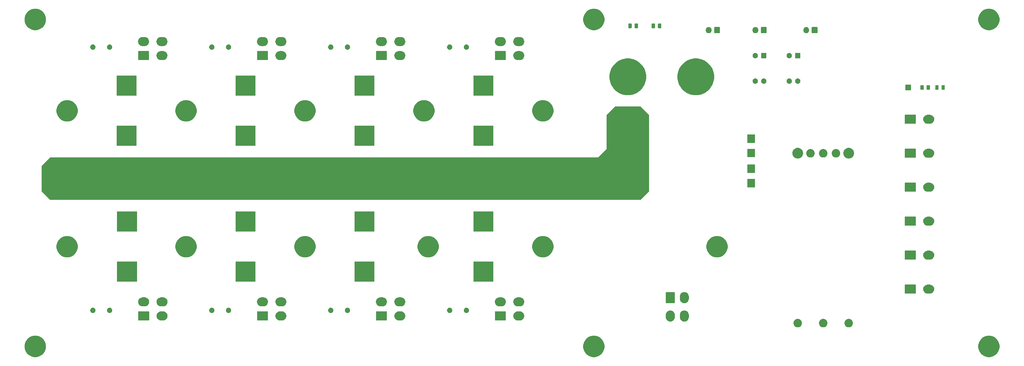
<source format=gbr>
G04 #@! TF.GenerationSoftware,KiCad,Pcbnew,(5.0.2)-1*
G04 #@! TF.CreationDate,2019-05-10T13:06:01+02:00*
G04 #@! TF.ProjectId,moc_main,6d6f635f-6d61-4696-9e2e-6b696361645f,rev?*
G04 #@! TF.SameCoordinates,Original*
G04 #@! TF.FileFunction,Soldermask,Top*
G04 #@! TF.FilePolarity,Negative*
%FSLAX46Y46*%
G04 Gerber Fmt 4.6, Leading zero omitted, Abs format (unit mm)*
G04 Created by KiCad (PCBNEW (5.0.2)-1) date 10.05.2019 13:06:01*
%MOMM*%
%LPD*%
G01*
G04 APERTURE LIST*
%ADD10C,0.100000*%
G04 APERTURE END LIST*
D10*
G36*
X306495405Y-115159974D02*
X307077767Y-115401196D01*
X307601884Y-115751400D01*
X308047600Y-116197116D01*
X308397804Y-116721233D01*
X308639026Y-117303595D01*
X308762000Y-117921826D01*
X308762000Y-118552174D01*
X308639026Y-119170405D01*
X308397804Y-119752767D01*
X308047600Y-120276884D01*
X307601884Y-120722600D01*
X307077767Y-121072804D01*
X306495405Y-121314026D01*
X305877174Y-121437000D01*
X305246826Y-121437000D01*
X304628595Y-121314026D01*
X304046233Y-121072804D01*
X303522116Y-120722600D01*
X303076400Y-120276884D01*
X302726196Y-119752767D01*
X302484974Y-119170405D01*
X302362000Y-118552174D01*
X302362000Y-117921826D01*
X302484974Y-117303595D01*
X302726196Y-116721233D01*
X303076400Y-116197116D01*
X303522116Y-115751400D01*
X304046233Y-115401196D01*
X304628595Y-115159974D01*
X305246826Y-115037000D01*
X305877174Y-115037000D01*
X306495405Y-115159974D01*
X306495405Y-115159974D01*
G37*
G36*
X188385405Y-115159974D02*
X188967767Y-115401196D01*
X189491884Y-115751400D01*
X189937600Y-116197116D01*
X190287804Y-116721233D01*
X190529026Y-117303595D01*
X190652000Y-117921826D01*
X190652000Y-118552174D01*
X190529026Y-119170405D01*
X190287804Y-119752767D01*
X189937600Y-120276884D01*
X189491884Y-120722600D01*
X188967767Y-121072804D01*
X188385405Y-121314026D01*
X187767174Y-121437000D01*
X187136826Y-121437000D01*
X186518595Y-121314026D01*
X185936233Y-121072804D01*
X185412116Y-120722600D01*
X184966400Y-120276884D01*
X184616196Y-119752767D01*
X184374974Y-119170405D01*
X184252000Y-118552174D01*
X184252000Y-117921826D01*
X184374974Y-117303595D01*
X184616196Y-116721233D01*
X184966400Y-116197116D01*
X185412116Y-115751400D01*
X185936233Y-115401196D01*
X186518595Y-115159974D01*
X187136826Y-115037000D01*
X187767174Y-115037000D01*
X188385405Y-115159974D01*
X188385405Y-115159974D01*
G37*
G36*
X21380405Y-115159974D02*
X21962767Y-115401196D01*
X22486884Y-115751400D01*
X22932600Y-116197116D01*
X23282804Y-116721233D01*
X23524026Y-117303595D01*
X23647000Y-117921826D01*
X23647000Y-118552174D01*
X23524026Y-119170405D01*
X23282804Y-119752767D01*
X22932600Y-120276884D01*
X22486884Y-120722600D01*
X21962767Y-121072804D01*
X21380405Y-121314026D01*
X20762174Y-121437000D01*
X20131826Y-121437000D01*
X19513595Y-121314026D01*
X18931233Y-121072804D01*
X18407116Y-120722600D01*
X17961400Y-120276884D01*
X17611196Y-119752767D01*
X17369974Y-119170405D01*
X17247000Y-118552174D01*
X17247000Y-117921826D01*
X17369974Y-117303595D01*
X17611196Y-116721233D01*
X17961400Y-116197116D01*
X18407116Y-115751400D01*
X18931233Y-115401196D01*
X19513595Y-115159974D01*
X20131826Y-115037000D01*
X20762174Y-115037000D01*
X21380405Y-115159974D01*
X21380405Y-115159974D01*
G37*
G36*
X256279764Y-110006402D02*
X256402445Y-110030805D01*
X256633571Y-110126541D01*
X256841581Y-110265529D01*
X257018471Y-110442419D01*
X257018473Y-110442422D01*
X257157459Y-110650429D01*
X257253195Y-110881555D01*
X257302000Y-111126916D01*
X257302000Y-111377084D01*
X257253195Y-111622445D01*
X257157459Y-111853571D01*
X257018471Y-112061581D01*
X256841581Y-112238471D01*
X256841578Y-112238473D01*
X256633571Y-112377459D01*
X256402445Y-112473195D01*
X256279764Y-112497598D01*
X256157086Y-112522000D01*
X255906914Y-112522000D01*
X255784236Y-112497598D01*
X255661555Y-112473195D01*
X255430429Y-112377459D01*
X255222422Y-112238473D01*
X255222419Y-112238471D01*
X255045529Y-112061581D01*
X254906541Y-111853571D01*
X254810805Y-111622445D01*
X254762000Y-111377084D01*
X254762000Y-111126916D01*
X254810805Y-110881555D01*
X254906541Y-110650429D01*
X255045527Y-110442422D01*
X255045529Y-110442419D01*
X255222419Y-110265529D01*
X255430429Y-110126541D01*
X255661555Y-110030805D01*
X255784236Y-110006402D01*
X255906914Y-109982000D01*
X256157086Y-109982000D01*
X256279764Y-110006402D01*
X256279764Y-110006402D01*
G37*
G36*
X263899764Y-110006402D02*
X264022445Y-110030805D01*
X264253571Y-110126541D01*
X264461581Y-110265529D01*
X264638471Y-110442419D01*
X264638473Y-110442422D01*
X264777459Y-110650429D01*
X264873195Y-110881555D01*
X264922000Y-111126916D01*
X264922000Y-111377084D01*
X264873195Y-111622445D01*
X264777459Y-111853571D01*
X264638471Y-112061581D01*
X264461581Y-112238471D01*
X264461578Y-112238473D01*
X264253571Y-112377459D01*
X264022445Y-112473195D01*
X263899764Y-112497598D01*
X263777086Y-112522000D01*
X263526914Y-112522000D01*
X263404236Y-112497598D01*
X263281555Y-112473195D01*
X263050429Y-112377459D01*
X262842422Y-112238473D01*
X262842419Y-112238471D01*
X262665529Y-112061581D01*
X262526541Y-111853571D01*
X262430805Y-111622445D01*
X262382000Y-111377084D01*
X262382000Y-111126916D01*
X262430805Y-110881555D01*
X262526541Y-110650429D01*
X262665527Y-110442422D01*
X262665529Y-110442419D01*
X262842419Y-110265529D01*
X263050429Y-110126541D01*
X263281555Y-110030805D01*
X263404236Y-110006402D01*
X263526914Y-109982000D01*
X263777086Y-109982000D01*
X263899764Y-110006402D01*
X263899764Y-110006402D01*
G37*
G36*
X248659764Y-110006402D02*
X248782445Y-110030805D01*
X249013571Y-110126541D01*
X249221581Y-110265529D01*
X249398471Y-110442419D01*
X249398473Y-110442422D01*
X249537459Y-110650429D01*
X249633195Y-110881555D01*
X249682000Y-111126916D01*
X249682000Y-111377084D01*
X249633195Y-111622445D01*
X249537459Y-111853571D01*
X249398471Y-112061581D01*
X249221581Y-112238471D01*
X249221578Y-112238473D01*
X249013571Y-112377459D01*
X248782445Y-112473195D01*
X248659764Y-112497598D01*
X248537086Y-112522000D01*
X248286914Y-112522000D01*
X248164236Y-112497598D01*
X248041555Y-112473195D01*
X247810429Y-112377459D01*
X247602422Y-112238473D01*
X247602419Y-112238471D01*
X247425529Y-112061581D01*
X247286541Y-111853571D01*
X247190805Y-111622445D01*
X247142000Y-111377084D01*
X247142000Y-111126916D01*
X247190805Y-110881555D01*
X247286541Y-110650429D01*
X247425527Y-110442422D01*
X247425529Y-110442419D01*
X247602419Y-110265529D01*
X247810429Y-110126541D01*
X248041555Y-110030805D01*
X248164236Y-110006402D01*
X248286914Y-109982000D01*
X248537086Y-109982000D01*
X248659764Y-110006402D01*
X248659764Y-110006402D01*
G37*
G36*
X210576645Y-107501533D02*
X210831121Y-107578728D01*
X211065648Y-107704085D01*
X211271212Y-107872787D01*
X211439915Y-108078351D01*
X211565272Y-108312878D01*
X211642467Y-108567354D01*
X211662000Y-108765679D01*
X211662000Y-109498320D01*
X211642467Y-109696645D01*
X211565272Y-109951122D01*
X211439915Y-110185649D01*
X211271213Y-110391213D01*
X211065649Y-110559915D01*
X210831122Y-110685272D01*
X210576646Y-110762467D01*
X210312000Y-110788532D01*
X210047355Y-110762467D01*
X209792879Y-110685272D01*
X209558352Y-110559915D01*
X209352788Y-110391213D01*
X209184085Y-110185649D01*
X209058728Y-109951122D01*
X208981533Y-109696646D01*
X208962000Y-109498321D01*
X208962000Y-108765680D01*
X208981533Y-108567355D01*
X209058728Y-108312879D01*
X209184085Y-108078352D01*
X209352787Y-107872788D01*
X209558351Y-107704085D01*
X209792878Y-107578728D01*
X210047354Y-107501533D01*
X210312000Y-107475468D01*
X210576645Y-107501533D01*
X210576645Y-107501533D01*
G37*
G36*
X214776645Y-107501533D02*
X215031121Y-107578728D01*
X215265648Y-107704085D01*
X215471212Y-107872787D01*
X215639915Y-108078351D01*
X215765272Y-108312878D01*
X215842467Y-108567354D01*
X215862000Y-108765679D01*
X215862000Y-109498320D01*
X215842467Y-109696645D01*
X215765272Y-109951122D01*
X215639915Y-110185649D01*
X215471213Y-110391213D01*
X215265649Y-110559915D01*
X215031122Y-110685272D01*
X214776646Y-110762467D01*
X214512000Y-110788532D01*
X214247355Y-110762467D01*
X213992879Y-110685272D01*
X213758352Y-110559915D01*
X213552788Y-110391213D01*
X213384085Y-110185649D01*
X213258728Y-109951122D01*
X213181533Y-109696646D01*
X213162000Y-109498321D01*
X213162000Y-108765680D01*
X213181533Y-108567355D01*
X213258728Y-108312879D01*
X213384085Y-108078352D01*
X213552787Y-107872788D01*
X213758351Y-107704085D01*
X213992878Y-107578728D01*
X214247354Y-107501533D01*
X214512000Y-107475468D01*
X214776645Y-107501533D01*
X214776645Y-107501533D01*
G37*
G36*
X130016646Y-107771533D02*
X130271122Y-107848728D01*
X130505649Y-107974085D01*
X130711213Y-108142787D01*
X130879915Y-108348351D01*
X131005272Y-108582878D01*
X131082467Y-108837354D01*
X131108532Y-109102000D01*
X131082467Y-109366646D01*
X131005272Y-109621122D01*
X130879915Y-109855649D01*
X130711213Y-110061213D01*
X130505649Y-110229915D01*
X130271122Y-110355272D01*
X130016646Y-110432467D01*
X129818321Y-110452000D01*
X129085679Y-110452000D01*
X128887354Y-110432467D01*
X128632878Y-110355272D01*
X128398351Y-110229915D01*
X128192787Y-110061213D01*
X128024085Y-109855649D01*
X127898728Y-109621122D01*
X127821533Y-109366646D01*
X127795468Y-109102000D01*
X127821533Y-108837354D01*
X127898728Y-108582878D01*
X128024085Y-108348351D01*
X128192787Y-108142787D01*
X128398351Y-107974085D01*
X128632878Y-107848728D01*
X128887354Y-107771533D01*
X129085679Y-107752000D01*
X129818321Y-107752000D01*
X130016646Y-107771533D01*
X130016646Y-107771533D01*
G37*
G36*
X54382637Y-107755439D02*
X54410313Y-107763835D01*
X54435821Y-107777470D01*
X54458181Y-107795819D01*
X54476530Y-107818179D01*
X54490165Y-107843687D01*
X54498561Y-107871363D01*
X54502000Y-107906287D01*
X54502000Y-110297713D01*
X54498561Y-110332637D01*
X54490165Y-110360313D01*
X54476530Y-110385821D01*
X54458181Y-110408181D01*
X54435821Y-110426530D01*
X54410313Y-110440165D01*
X54382637Y-110448561D01*
X54347713Y-110452000D01*
X51356287Y-110452000D01*
X51321363Y-110448561D01*
X51293687Y-110440165D01*
X51268179Y-110426530D01*
X51245819Y-110408181D01*
X51227470Y-110385821D01*
X51213835Y-110360313D01*
X51205439Y-110332637D01*
X51202000Y-110297713D01*
X51202000Y-107906287D01*
X51205439Y-107871363D01*
X51213835Y-107843687D01*
X51227470Y-107818179D01*
X51245819Y-107795819D01*
X51268179Y-107777470D01*
X51293687Y-107763835D01*
X51321363Y-107755439D01*
X51356287Y-107752000D01*
X54347713Y-107752000D01*
X54382637Y-107755439D01*
X54382637Y-107755439D01*
G37*
G36*
X94456646Y-107771533D02*
X94711122Y-107848728D01*
X94945649Y-107974085D01*
X95151213Y-108142787D01*
X95319915Y-108348351D01*
X95445272Y-108582878D01*
X95522467Y-108837354D01*
X95548532Y-109102000D01*
X95522467Y-109366646D01*
X95445272Y-109621122D01*
X95319915Y-109855649D01*
X95151213Y-110061213D01*
X94945649Y-110229915D01*
X94711122Y-110355272D01*
X94456646Y-110432467D01*
X94258321Y-110452000D01*
X93525679Y-110452000D01*
X93327354Y-110432467D01*
X93072878Y-110355272D01*
X92838351Y-110229915D01*
X92632787Y-110061213D01*
X92464085Y-109855649D01*
X92338728Y-109621122D01*
X92261533Y-109366646D01*
X92235468Y-109102000D01*
X92261533Y-108837354D01*
X92338728Y-108582878D01*
X92464085Y-108348351D01*
X92632787Y-108142787D01*
X92838351Y-107974085D01*
X93072878Y-107848728D01*
X93327354Y-107771533D01*
X93525679Y-107752000D01*
X94258321Y-107752000D01*
X94456646Y-107771533D01*
X94456646Y-107771533D01*
G37*
G36*
X89922637Y-107755439D02*
X89950313Y-107763835D01*
X89975821Y-107777470D01*
X89998181Y-107795819D01*
X90016530Y-107818179D01*
X90030165Y-107843687D01*
X90038561Y-107871363D01*
X90042000Y-107906287D01*
X90042000Y-110297713D01*
X90038561Y-110332637D01*
X90030165Y-110360313D01*
X90016530Y-110385821D01*
X89998181Y-110408181D01*
X89975821Y-110426530D01*
X89950313Y-110440165D01*
X89922637Y-110448561D01*
X89887713Y-110452000D01*
X86896287Y-110452000D01*
X86861363Y-110448561D01*
X86833687Y-110440165D01*
X86808179Y-110426530D01*
X86785819Y-110408181D01*
X86767470Y-110385821D01*
X86753835Y-110360313D01*
X86745439Y-110332637D01*
X86742000Y-110297713D01*
X86742000Y-107906287D01*
X86745439Y-107871363D01*
X86753835Y-107843687D01*
X86767470Y-107818179D01*
X86785819Y-107795819D01*
X86808179Y-107777470D01*
X86833687Y-107763835D01*
X86861363Y-107755439D01*
X86896287Y-107752000D01*
X89887713Y-107752000D01*
X89922637Y-107755439D01*
X89922637Y-107755439D01*
G37*
G36*
X125482637Y-107755439D02*
X125510313Y-107763835D01*
X125535821Y-107777470D01*
X125558181Y-107795819D01*
X125576530Y-107818179D01*
X125590165Y-107843687D01*
X125598561Y-107871363D01*
X125602000Y-107906287D01*
X125602000Y-110297713D01*
X125598561Y-110332637D01*
X125590165Y-110360313D01*
X125576530Y-110385821D01*
X125558181Y-110408181D01*
X125535821Y-110426530D01*
X125510313Y-110440165D01*
X125482637Y-110448561D01*
X125447713Y-110452000D01*
X122456287Y-110452000D01*
X122421363Y-110448561D01*
X122393687Y-110440165D01*
X122368179Y-110426530D01*
X122345819Y-110408181D01*
X122327470Y-110385821D01*
X122313835Y-110360313D01*
X122305439Y-110332637D01*
X122302000Y-110297713D01*
X122302000Y-107906287D01*
X122305439Y-107871363D01*
X122313835Y-107843687D01*
X122327470Y-107818179D01*
X122345819Y-107795819D01*
X122368179Y-107777470D01*
X122393687Y-107763835D01*
X122421363Y-107755439D01*
X122456287Y-107752000D01*
X125447713Y-107752000D01*
X125482637Y-107755439D01*
X125482637Y-107755439D01*
G37*
G36*
X161042637Y-107755439D02*
X161070313Y-107763835D01*
X161095821Y-107777470D01*
X161118181Y-107795819D01*
X161136530Y-107818179D01*
X161150165Y-107843687D01*
X161158561Y-107871363D01*
X161162000Y-107906287D01*
X161162000Y-110297713D01*
X161158561Y-110332637D01*
X161150165Y-110360313D01*
X161136530Y-110385821D01*
X161118181Y-110408181D01*
X161095821Y-110426530D01*
X161070313Y-110440165D01*
X161042637Y-110448561D01*
X161007713Y-110452000D01*
X158016287Y-110452000D01*
X157981363Y-110448561D01*
X157953687Y-110440165D01*
X157928179Y-110426530D01*
X157905819Y-110408181D01*
X157887470Y-110385821D01*
X157873835Y-110360313D01*
X157865439Y-110332637D01*
X157862000Y-110297713D01*
X157862000Y-107906287D01*
X157865439Y-107871363D01*
X157873835Y-107843687D01*
X157887470Y-107818179D01*
X157905819Y-107795819D01*
X157928179Y-107777470D01*
X157953687Y-107763835D01*
X157981363Y-107755439D01*
X158016287Y-107752000D01*
X161007713Y-107752000D01*
X161042637Y-107755439D01*
X161042637Y-107755439D01*
G37*
G36*
X165576646Y-107771533D02*
X165831122Y-107848728D01*
X166065649Y-107974085D01*
X166271213Y-108142787D01*
X166439915Y-108348351D01*
X166565272Y-108582878D01*
X166642467Y-108837354D01*
X166668532Y-109102000D01*
X166642467Y-109366646D01*
X166565272Y-109621122D01*
X166439915Y-109855649D01*
X166271213Y-110061213D01*
X166065649Y-110229915D01*
X165831122Y-110355272D01*
X165576646Y-110432467D01*
X165378321Y-110452000D01*
X164645679Y-110452000D01*
X164447354Y-110432467D01*
X164192878Y-110355272D01*
X163958351Y-110229915D01*
X163752787Y-110061213D01*
X163584085Y-109855649D01*
X163458728Y-109621122D01*
X163381533Y-109366646D01*
X163355468Y-109102000D01*
X163381533Y-108837354D01*
X163458728Y-108582878D01*
X163584085Y-108348351D01*
X163752787Y-108142787D01*
X163958351Y-107974085D01*
X164192878Y-107848728D01*
X164447354Y-107771533D01*
X164645679Y-107752000D01*
X165378321Y-107752000D01*
X165576646Y-107771533D01*
X165576646Y-107771533D01*
G37*
G36*
X58916646Y-107771533D02*
X59171122Y-107848728D01*
X59405649Y-107974085D01*
X59611213Y-108142787D01*
X59779915Y-108348351D01*
X59905272Y-108582878D01*
X59982467Y-108837354D01*
X60008532Y-109102000D01*
X59982467Y-109366646D01*
X59905272Y-109621122D01*
X59779915Y-109855649D01*
X59611213Y-110061213D01*
X59405649Y-110229915D01*
X59171122Y-110355272D01*
X58916646Y-110432467D01*
X58718321Y-110452000D01*
X57985679Y-110452000D01*
X57787354Y-110432467D01*
X57532878Y-110355272D01*
X57298351Y-110229915D01*
X57092787Y-110061213D01*
X56924085Y-109855649D01*
X56798728Y-109621122D01*
X56721533Y-109366646D01*
X56695468Y-109102000D01*
X56721533Y-108837354D01*
X56798728Y-108582878D01*
X56924085Y-108348351D01*
X57092787Y-108142787D01*
X57298351Y-107974085D01*
X57532878Y-107848728D01*
X57787354Y-107771533D01*
X57985679Y-107752000D01*
X58718321Y-107752000D01*
X58916646Y-107771533D01*
X58916646Y-107771533D01*
G37*
G36*
X109025352Y-106672743D02*
X109170941Y-106733048D01*
X109301973Y-106820601D01*
X109413399Y-106932027D01*
X109500952Y-107063059D01*
X109561257Y-107208648D01*
X109592000Y-107363205D01*
X109592000Y-107520795D01*
X109561257Y-107675352D01*
X109500952Y-107820941D01*
X109413399Y-107951973D01*
X109301973Y-108063399D01*
X109170941Y-108150952D01*
X109025352Y-108211257D01*
X108870795Y-108242000D01*
X108713205Y-108242000D01*
X108558648Y-108211257D01*
X108413059Y-108150952D01*
X108282027Y-108063399D01*
X108170601Y-107951973D01*
X108083048Y-107820941D01*
X108022743Y-107675352D01*
X107992000Y-107520795D01*
X107992000Y-107363205D01*
X108022743Y-107208648D01*
X108083048Y-107063059D01*
X108170601Y-106932027D01*
X108282027Y-106820601D01*
X108413059Y-106733048D01*
X108558648Y-106672743D01*
X108713205Y-106642000D01*
X108870795Y-106642000D01*
X109025352Y-106672743D01*
X109025352Y-106672743D01*
G37*
G36*
X42905352Y-106672743D02*
X43050941Y-106733048D01*
X43181973Y-106820601D01*
X43293399Y-106932027D01*
X43380952Y-107063059D01*
X43441257Y-107208648D01*
X43472000Y-107363205D01*
X43472000Y-107520795D01*
X43441257Y-107675352D01*
X43380952Y-107820941D01*
X43293399Y-107951973D01*
X43181973Y-108063399D01*
X43050941Y-108150952D01*
X42905352Y-108211257D01*
X42750795Y-108242000D01*
X42593205Y-108242000D01*
X42438648Y-108211257D01*
X42293059Y-108150952D01*
X42162027Y-108063399D01*
X42050601Y-107951973D01*
X41963048Y-107820941D01*
X41902743Y-107675352D01*
X41872000Y-107520795D01*
X41872000Y-107363205D01*
X41902743Y-107208648D01*
X41963048Y-107063059D01*
X42050601Y-106932027D01*
X42162027Y-106820601D01*
X42293059Y-106733048D01*
X42438648Y-106672743D01*
X42593205Y-106642000D01*
X42750795Y-106642000D01*
X42905352Y-106672743D01*
X42905352Y-106672743D01*
G37*
G36*
X37905352Y-106672743D02*
X38050941Y-106733048D01*
X38181973Y-106820601D01*
X38293399Y-106932027D01*
X38380952Y-107063059D01*
X38441257Y-107208648D01*
X38472000Y-107363205D01*
X38472000Y-107520795D01*
X38441257Y-107675352D01*
X38380952Y-107820941D01*
X38293399Y-107951973D01*
X38181973Y-108063399D01*
X38050941Y-108150952D01*
X37905352Y-108211257D01*
X37750795Y-108242000D01*
X37593205Y-108242000D01*
X37438648Y-108211257D01*
X37293059Y-108150952D01*
X37162027Y-108063399D01*
X37050601Y-107951973D01*
X36963048Y-107820941D01*
X36902743Y-107675352D01*
X36872000Y-107520795D01*
X36872000Y-107363205D01*
X36902743Y-107208648D01*
X36963048Y-107063059D01*
X37050601Y-106932027D01*
X37162027Y-106820601D01*
X37293059Y-106733048D01*
X37438648Y-106672743D01*
X37593205Y-106642000D01*
X37750795Y-106642000D01*
X37905352Y-106672743D01*
X37905352Y-106672743D01*
G37*
G36*
X73465352Y-106672743D02*
X73610941Y-106733048D01*
X73741973Y-106820601D01*
X73853399Y-106932027D01*
X73940952Y-107063059D01*
X74001257Y-107208648D01*
X74032000Y-107363205D01*
X74032000Y-107520795D01*
X74001257Y-107675352D01*
X73940952Y-107820941D01*
X73853399Y-107951973D01*
X73741973Y-108063399D01*
X73610941Y-108150952D01*
X73465352Y-108211257D01*
X73310795Y-108242000D01*
X73153205Y-108242000D01*
X72998648Y-108211257D01*
X72853059Y-108150952D01*
X72722027Y-108063399D01*
X72610601Y-107951973D01*
X72523048Y-107820941D01*
X72462743Y-107675352D01*
X72432000Y-107520795D01*
X72432000Y-107363205D01*
X72462743Y-107208648D01*
X72523048Y-107063059D01*
X72610601Y-106932027D01*
X72722027Y-106820601D01*
X72853059Y-106733048D01*
X72998648Y-106672743D01*
X73153205Y-106642000D01*
X73310795Y-106642000D01*
X73465352Y-106672743D01*
X73465352Y-106672743D01*
G37*
G36*
X78465352Y-106672743D02*
X78610941Y-106733048D01*
X78741973Y-106820601D01*
X78853399Y-106932027D01*
X78940952Y-107063059D01*
X79001257Y-107208648D01*
X79032000Y-107363205D01*
X79032000Y-107520795D01*
X79001257Y-107675352D01*
X78940952Y-107820941D01*
X78853399Y-107951973D01*
X78741973Y-108063399D01*
X78610941Y-108150952D01*
X78465352Y-108211257D01*
X78310795Y-108242000D01*
X78153205Y-108242000D01*
X77998648Y-108211257D01*
X77853059Y-108150952D01*
X77722027Y-108063399D01*
X77610601Y-107951973D01*
X77523048Y-107820941D01*
X77462743Y-107675352D01*
X77432000Y-107520795D01*
X77432000Y-107363205D01*
X77462743Y-107208648D01*
X77523048Y-107063059D01*
X77610601Y-106932027D01*
X77722027Y-106820601D01*
X77853059Y-106733048D01*
X77998648Y-106672743D01*
X78153205Y-106642000D01*
X78310795Y-106642000D01*
X78465352Y-106672743D01*
X78465352Y-106672743D01*
G37*
G36*
X114025352Y-106672743D02*
X114170941Y-106733048D01*
X114301973Y-106820601D01*
X114413399Y-106932027D01*
X114500952Y-107063059D01*
X114561257Y-107208648D01*
X114592000Y-107363205D01*
X114592000Y-107520795D01*
X114561257Y-107675352D01*
X114500952Y-107820941D01*
X114413399Y-107951973D01*
X114301973Y-108063399D01*
X114170941Y-108150952D01*
X114025352Y-108211257D01*
X113870795Y-108242000D01*
X113713205Y-108242000D01*
X113558648Y-108211257D01*
X113413059Y-108150952D01*
X113282027Y-108063399D01*
X113170601Y-107951973D01*
X113083048Y-107820941D01*
X113022743Y-107675352D01*
X112992000Y-107520795D01*
X112992000Y-107363205D01*
X113022743Y-107208648D01*
X113083048Y-107063059D01*
X113170601Y-106932027D01*
X113282027Y-106820601D01*
X113413059Y-106733048D01*
X113558648Y-106672743D01*
X113713205Y-106642000D01*
X113870795Y-106642000D01*
X114025352Y-106672743D01*
X114025352Y-106672743D01*
G37*
G36*
X144585352Y-106672743D02*
X144730941Y-106733048D01*
X144861973Y-106820601D01*
X144973399Y-106932027D01*
X145060952Y-107063059D01*
X145121257Y-107208648D01*
X145152000Y-107363205D01*
X145152000Y-107520795D01*
X145121257Y-107675352D01*
X145060952Y-107820941D01*
X144973399Y-107951973D01*
X144861973Y-108063399D01*
X144730941Y-108150952D01*
X144585352Y-108211257D01*
X144430795Y-108242000D01*
X144273205Y-108242000D01*
X144118648Y-108211257D01*
X143973059Y-108150952D01*
X143842027Y-108063399D01*
X143730601Y-107951973D01*
X143643048Y-107820941D01*
X143582743Y-107675352D01*
X143552000Y-107520795D01*
X143552000Y-107363205D01*
X143582743Y-107208648D01*
X143643048Y-107063059D01*
X143730601Y-106932027D01*
X143842027Y-106820601D01*
X143973059Y-106733048D01*
X144118648Y-106672743D01*
X144273205Y-106642000D01*
X144430795Y-106642000D01*
X144585352Y-106672743D01*
X144585352Y-106672743D01*
G37*
G36*
X149585352Y-106672743D02*
X149730941Y-106733048D01*
X149861973Y-106820601D01*
X149973399Y-106932027D01*
X150060952Y-107063059D01*
X150121257Y-107208648D01*
X150152000Y-107363205D01*
X150152000Y-107520795D01*
X150121257Y-107675352D01*
X150060952Y-107820941D01*
X149973399Y-107951973D01*
X149861973Y-108063399D01*
X149730941Y-108150952D01*
X149585352Y-108211257D01*
X149430795Y-108242000D01*
X149273205Y-108242000D01*
X149118648Y-108211257D01*
X148973059Y-108150952D01*
X148842027Y-108063399D01*
X148730601Y-107951973D01*
X148643048Y-107820941D01*
X148582743Y-107675352D01*
X148552000Y-107520795D01*
X148552000Y-107363205D01*
X148582743Y-107208648D01*
X148643048Y-107063059D01*
X148730601Y-106932027D01*
X148842027Y-106820601D01*
X148973059Y-106733048D01*
X149118648Y-106672743D01*
X149273205Y-106642000D01*
X149430795Y-106642000D01*
X149585352Y-106672743D01*
X149585352Y-106672743D01*
G37*
G36*
X58916646Y-103571533D02*
X59171122Y-103648728D01*
X59405649Y-103774085D01*
X59611213Y-103942787D01*
X59779915Y-104148351D01*
X59905272Y-104382878D01*
X59982467Y-104637354D01*
X60008532Y-104902000D01*
X59982467Y-105166646D01*
X59905272Y-105421122D01*
X59779915Y-105655649D01*
X59611213Y-105861213D01*
X59405649Y-106029915D01*
X59171122Y-106155272D01*
X58916646Y-106232467D01*
X58718321Y-106252000D01*
X57985679Y-106252000D01*
X57787354Y-106232467D01*
X57532878Y-106155272D01*
X57298351Y-106029915D01*
X57092787Y-105861213D01*
X56924085Y-105655649D01*
X56798728Y-105421122D01*
X56721533Y-105166646D01*
X56695468Y-104902000D01*
X56721533Y-104637354D01*
X56798728Y-104382878D01*
X56924085Y-104148351D01*
X57092787Y-103942787D01*
X57298351Y-103774085D01*
X57532878Y-103648728D01*
X57787354Y-103571533D01*
X57985679Y-103552000D01*
X58718321Y-103552000D01*
X58916646Y-103571533D01*
X58916646Y-103571533D01*
G37*
G36*
X88956646Y-103571533D02*
X89211122Y-103648728D01*
X89445649Y-103774085D01*
X89651213Y-103942787D01*
X89819915Y-104148351D01*
X89945272Y-104382878D01*
X90022467Y-104637354D01*
X90048532Y-104902000D01*
X90022467Y-105166646D01*
X89945272Y-105421122D01*
X89819915Y-105655649D01*
X89651213Y-105861213D01*
X89445649Y-106029915D01*
X89211122Y-106155272D01*
X88956646Y-106232467D01*
X88758321Y-106252000D01*
X88025679Y-106252000D01*
X87827354Y-106232467D01*
X87572878Y-106155272D01*
X87338351Y-106029915D01*
X87132787Y-105861213D01*
X86964085Y-105655649D01*
X86838728Y-105421122D01*
X86761533Y-105166646D01*
X86735468Y-104902000D01*
X86761533Y-104637354D01*
X86838728Y-104382878D01*
X86964085Y-104148351D01*
X87132787Y-103942787D01*
X87338351Y-103774085D01*
X87572878Y-103648728D01*
X87827354Y-103571533D01*
X88025679Y-103552000D01*
X88758321Y-103552000D01*
X88956646Y-103571533D01*
X88956646Y-103571533D01*
G37*
G36*
X94456646Y-103571533D02*
X94711122Y-103648728D01*
X94945649Y-103774085D01*
X95151213Y-103942787D01*
X95319915Y-104148351D01*
X95445272Y-104382878D01*
X95522467Y-104637354D01*
X95548532Y-104902000D01*
X95522467Y-105166646D01*
X95445272Y-105421122D01*
X95319915Y-105655649D01*
X95151213Y-105861213D01*
X94945649Y-106029915D01*
X94711122Y-106155272D01*
X94456646Y-106232467D01*
X94258321Y-106252000D01*
X93525679Y-106252000D01*
X93327354Y-106232467D01*
X93072878Y-106155272D01*
X92838351Y-106029915D01*
X92632787Y-105861213D01*
X92464085Y-105655649D01*
X92338728Y-105421122D01*
X92261533Y-105166646D01*
X92235468Y-104902000D01*
X92261533Y-104637354D01*
X92338728Y-104382878D01*
X92464085Y-104148351D01*
X92632787Y-103942787D01*
X92838351Y-103774085D01*
X93072878Y-103648728D01*
X93327354Y-103571533D01*
X93525679Y-103552000D01*
X94258321Y-103552000D01*
X94456646Y-103571533D01*
X94456646Y-103571533D01*
G37*
G36*
X53416646Y-103571533D02*
X53671122Y-103648728D01*
X53905649Y-103774085D01*
X54111213Y-103942787D01*
X54279915Y-104148351D01*
X54405272Y-104382878D01*
X54482467Y-104637354D01*
X54508532Y-104902000D01*
X54482467Y-105166646D01*
X54405272Y-105421122D01*
X54279915Y-105655649D01*
X54111213Y-105861213D01*
X53905649Y-106029915D01*
X53671122Y-106155272D01*
X53416646Y-106232467D01*
X53218321Y-106252000D01*
X52485679Y-106252000D01*
X52287354Y-106232467D01*
X52032878Y-106155272D01*
X51798351Y-106029915D01*
X51592787Y-105861213D01*
X51424085Y-105655649D01*
X51298728Y-105421122D01*
X51221533Y-105166646D01*
X51195468Y-104902000D01*
X51221533Y-104637354D01*
X51298728Y-104382878D01*
X51424085Y-104148351D01*
X51592787Y-103942787D01*
X51798351Y-103774085D01*
X52032878Y-103648728D01*
X52287354Y-103571533D01*
X52485679Y-103552000D01*
X53218321Y-103552000D01*
X53416646Y-103571533D01*
X53416646Y-103571533D01*
G37*
G36*
X124516646Y-103571533D02*
X124771122Y-103648728D01*
X125005649Y-103774085D01*
X125211213Y-103942787D01*
X125379915Y-104148351D01*
X125505272Y-104382878D01*
X125582467Y-104637354D01*
X125608532Y-104902000D01*
X125582467Y-105166646D01*
X125505272Y-105421122D01*
X125379915Y-105655649D01*
X125211213Y-105861213D01*
X125005649Y-106029915D01*
X124771122Y-106155272D01*
X124516646Y-106232467D01*
X124318321Y-106252000D01*
X123585679Y-106252000D01*
X123387354Y-106232467D01*
X123132878Y-106155272D01*
X122898351Y-106029915D01*
X122692787Y-105861213D01*
X122524085Y-105655649D01*
X122398728Y-105421122D01*
X122321533Y-105166646D01*
X122295468Y-104902000D01*
X122321533Y-104637354D01*
X122398728Y-104382878D01*
X122524085Y-104148351D01*
X122692787Y-103942787D01*
X122898351Y-103774085D01*
X123132878Y-103648728D01*
X123387354Y-103571533D01*
X123585679Y-103552000D01*
X124318321Y-103552000D01*
X124516646Y-103571533D01*
X124516646Y-103571533D01*
G37*
G36*
X130016646Y-103571533D02*
X130271122Y-103648728D01*
X130505649Y-103774085D01*
X130711213Y-103942787D01*
X130879915Y-104148351D01*
X131005272Y-104382878D01*
X131082467Y-104637354D01*
X131108532Y-104902000D01*
X131082467Y-105166646D01*
X131005272Y-105421122D01*
X130879915Y-105655649D01*
X130711213Y-105861213D01*
X130505649Y-106029915D01*
X130271122Y-106155272D01*
X130016646Y-106232467D01*
X129818321Y-106252000D01*
X129085679Y-106252000D01*
X128887354Y-106232467D01*
X128632878Y-106155272D01*
X128398351Y-106029915D01*
X128192787Y-105861213D01*
X128024085Y-105655649D01*
X127898728Y-105421122D01*
X127821533Y-105166646D01*
X127795468Y-104902000D01*
X127821533Y-104637354D01*
X127898728Y-104382878D01*
X128024085Y-104148351D01*
X128192787Y-103942787D01*
X128398351Y-103774085D01*
X128632878Y-103648728D01*
X128887354Y-103571533D01*
X129085679Y-103552000D01*
X129818321Y-103552000D01*
X130016646Y-103571533D01*
X130016646Y-103571533D01*
G37*
G36*
X165576646Y-103571533D02*
X165831122Y-103648728D01*
X166065649Y-103774085D01*
X166271213Y-103942787D01*
X166439915Y-104148351D01*
X166565272Y-104382878D01*
X166642467Y-104637354D01*
X166668532Y-104902000D01*
X166642467Y-105166646D01*
X166565272Y-105421122D01*
X166439915Y-105655649D01*
X166271213Y-105861213D01*
X166065649Y-106029915D01*
X165831122Y-106155272D01*
X165576646Y-106232467D01*
X165378321Y-106252000D01*
X164645679Y-106252000D01*
X164447354Y-106232467D01*
X164192878Y-106155272D01*
X163958351Y-106029915D01*
X163752787Y-105861213D01*
X163584085Y-105655649D01*
X163458728Y-105421122D01*
X163381533Y-105166646D01*
X163355468Y-104902000D01*
X163381533Y-104637354D01*
X163458728Y-104382878D01*
X163584085Y-104148351D01*
X163752787Y-103942787D01*
X163958351Y-103774085D01*
X164192878Y-103648728D01*
X164447354Y-103571533D01*
X164645679Y-103552000D01*
X165378321Y-103552000D01*
X165576646Y-103571533D01*
X165576646Y-103571533D01*
G37*
G36*
X160076646Y-103571533D02*
X160331122Y-103648728D01*
X160565649Y-103774085D01*
X160771213Y-103942787D01*
X160939915Y-104148351D01*
X161065272Y-104382878D01*
X161142467Y-104637354D01*
X161168532Y-104902000D01*
X161142467Y-105166646D01*
X161065272Y-105421122D01*
X160939915Y-105655649D01*
X160771213Y-105861213D01*
X160565649Y-106029915D01*
X160331122Y-106155272D01*
X160076646Y-106232467D01*
X159878321Y-106252000D01*
X159145679Y-106252000D01*
X158947354Y-106232467D01*
X158692878Y-106155272D01*
X158458351Y-106029915D01*
X158252787Y-105861213D01*
X158084085Y-105655649D01*
X157958728Y-105421122D01*
X157881533Y-105166646D01*
X157855468Y-104902000D01*
X157881533Y-104637354D01*
X157958728Y-104382878D01*
X158084085Y-104148351D01*
X158252787Y-103942787D01*
X158458351Y-103774085D01*
X158692878Y-103648728D01*
X158947354Y-103571533D01*
X159145679Y-103552000D01*
X159878321Y-103552000D01*
X160076646Y-103571533D01*
X160076646Y-103571533D01*
G37*
G36*
X214776645Y-102001533D02*
X215031121Y-102078728D01*
X215265648Y-102204085D01*
X215471212Y-102372787D01*
X215639915Y-102578351D01*
X215765272Y-102812878D01*
X215842467Y-103067354D01*
X215862000Y-103265679D01*
X215862000Y-103998320D01*
X215842467Y-104196645D01*
X215765272Y-104451122D01*
X215639915Y-104685649D01*
X215471213Y-104891213D01*
X215265649Y-105059915D01*
X215031122Y-105185272D01*
X214776646Y-105262467D01*
X214512000Y-105288532D01*
X214247355Y-105262467D01*
X213992879Y-105185272D01*
X213758352Y-105059915D01*
X213552788Y-104891213D01*
X213384085Y-104685649D01*
X213258728Y-104451122D01*
X213181533Y-104196646D01*
X213162000Y-103998321D01*
X213162000Y-103265680D01*
X213181533Y-103067355D01*
X213258728Y-102812879D01*
X213384085Y-102578352D01*
X213552787Y-102372788D01*
X213758351Y-102204085D01*
X213992878Y-102078728D01*
X214247354Y-102001533D01*
X214512000Y-101975468D01*
X214776645Y-102001533D01*
X214776645Y-102001533D01*
G37*
G36*
X211542637Y-101985439D02*
X211570313Y-101993835D01*
X211595821Y-102007470D01*
X211618181Y-102025819D01*
X211636530Y-102048179D01*
X211650165Y-102073687D01*
X211658561Y-102101363D01*
X211662000Y-102136287D01*
X211662000Y-105127713D01*
X211658561Y-105162637D01*
X211650165Y-105190313D01*
X211636530Y-105215821D01*
X211618181Y-105238181D01*
X211595821Y-105256530D01*
X211570313Y-105270165D01*
X211542637Y-105278561D01*
X211507713Y-105282000D01*
X209116287Y-105282000D01*
X209081363Y-105278561D01*
X209053687Y-105270165D01*
X209028179Y-105256530D01*
X209005819Y-105238181D01*
X208987470Y-105215821D01*
X208973835Y-105190313D01*
X208965439Y-105162637D01*
X208962000Y-105127713D01*
X208962000Y-102136287D01*
X208965439Y-102101363D01*
X208973835Y-102073687D01*
X208987470Y-102048179D01*
X209005819Y-102025819D01*
X209028179Y-102007470D01*
X209053687Y-101993835D01*
X209081363Y-101985439D01*
X209116287Y-101982000D01*
X211507713Y-101982000D01*
X211542637Y-101985439D01*
X211542637Y-101985439D01*
G37*
G36*
X283597637Y-99745439D02*
X283625313Y-99753835D01*
X283650821Y-99767470D01*
X283673181Y-99785819D01*
X283691530Y-99808179D01*
X283705165Y-99833687D01*
X283713561Y-99861363D01*
X283717000Y-99896287D01*
X283717000Y-102287713D01*
X283713561Y-102322637D01*
X283705165Y-102350313D01*
X283691530Y-102375821D01*
X283673181Y-102398181D01*
X283650821Y-102416530D01*
X283625313Y-102430165D01*
X283597637Y-102438561D01*
X283562713Y-102442000D01*
X280571287Y-102442000D01*
X280536363Y-102438561D01*
X280508687Y-102430165D01*
X280483179Y-102416530D01*
X280460819Y-102398181D01*
X280442470Y-102375821D01*
X280428835Y-102350313D01*
X280420439Y-102322637D01*
X280417000Y-102287713D01*
X280417000Y-99896287D01*
X280420439Y-99861363D01*
X280428835Y-99833687D01*
X280442470Y-99808179D01*
X280460819Y-99785819D01*
X280483179Y-99767470D01*
X280508687Y-99753835D01*
X280536363Y-99745439D01*
X280571287Y-99742000D01*
X283562713Y-99742000D01*
X283597637Y-99745439D01*
X283597637Y-99745439D01*
G37*
G36*
X288131646Y-99761533D02*
X288386122Y-99838728D01*
X288620649Y-99964085D01*
X288826213Y-100132787D01*
X288994915Y-100338351D01*
X289120272Y-100572878D01*
X289197467Y-100827354D01*
X289223532Y-101092000D01*
X289197467Y-101356646D01*
X289120272Y-101611122D01*
X288994915Y-101845649D01*
X288826213Y-102051213D01*
X288620649Y-102219915D01*
X288386122Y-102345272D01*
X288131646Y-102422467D01*
X287933321Y-102442000D01*
X287200679Y-102442000D01*
X287002354Y-102422467D01*
X286747878Y-102345272D01*
X286513351Y-102219915D01*
X286307787Y-102051213D01*
X286139085Y-101845649D01*
X286013728Y-101611122D01*
X285936533Y-101356646D01*
X285910468Y-101092000D01*
X285936533Y-100827354D01*
X286013728Y-100572878D01*
X286139085Y-100338351D01*
X286307787Y-100132787D01*
X286513351Y-99964085D01*
X286747878Y-99838728D01*
X287002354Y-99761533D01*
X287200679Y-99742000D01*
X287933321Y-99742000D01*
X288131646Y-99761533D01*
X288131646Y-99761533D01*
G37*
G36*
X50852000Y-98892000D02*
X44852000Y-98892000D01*
X44852000Y-92892000D01*
X50852000Y-92892000D01*
X50852000Y-98892000D01*
X50852000Y-98892000D01*
G37*
G36*
X121872000Y-98892000D02*
X115872000Y-98892000D01*
X115872000Y-92892000D01*
X121872000Y-92892000D01*
X121872000Y-98892000D01*
X121872000Y-98892000D01*
G37*
G36*
X157432000Y-98892000D02*
X151432000Y-98892000D01*
X151432000Y-92892000D01*
X157432000Y-92892000D01*
X157432000Y-98892000D01*
X157432000Y-98892000D01*
G37*
G36*
X86312000Y-98892000D02*
X80312000Y-98892000D01*
X80312000Y-92892000D01*
X86312000Y-92892000D01*
X86312000Y-98892000D01*
X86312000Y-98892000D01*
G37*
G36*
X283597637Y-89585439D02*
X283625313Y-89593835D01*
X283650821Y-89607470D01*
X283673181Y-89625819D01*
X283691530Y-89648179D01*
X283705165Y-89673687D01*
X283713561Y-89701363D01*
X283717000Y-89736287D01*
X283717000Y-92127713D01*
X283713561Y-92162637D01*
X283705165Y-92190313D01*
X283691530Y-92215821D01*
X283673181Y-92238181D01*
X283650821Y-92256530D01*
X283625313Y-92270165D01*
X283597637Y-92278561D01*
X283562713Y-92282000D01*
X280571287Y-92282000D01*
X280536363Y-92278561D01*
X280508687Y-92270165D01*
X280483179Y-92256530D01*
X280460819Y-92238181D01*
X280442470Y-92215821D01*
X280428835Y-92190313D01*
X280420439Y-92162637D01*
X280417000Y-92127713D01*
X280417000Y-89736287D01*
X280420439Y-89701363D01*
X280428835Y-89673687D01*
X280442470Y-89648179D01*
X280460819Y-89625819D01*
X280483179Y-89607470D01*
X280508687Y-89593835D01*
X280536363Y-89585439D01*
X280571287Y-89582000D01*
X283562713Y-89582000D01*
X283597637Y-89585439D01*
X283597637Y-89585439D01*
G37*
G36*
X288131646Y-89601533D02*
X288386122Y-89678728D01*
X288620649Y-89804085D01*
X288826213Y-89972787D01*
X288994915Y-90178351D01*
X289120272Y-90412878D01*
X289197467Y-90667354D01*
X289223532Y-90932000D01*
X289197467Y-91196646D01*
X289120272Y-91451122D01*
X288994915Y-91685649D01*
X288826213Y-91891213D01*
X288620649Y-92059915D01*
X288386122Y-92185272D01*
X288131646Y-92262467D01*
X287933321Y-92282000D01*
X287200679Y-92282000D01*
X287002354Y-92262467D01*
X286747878Y-92185272D01*
X286513351Y-92059915D01*
X286307787Y-91891213D01*
X286139085Y-91685649D01*
X286013728Y-91451122D01*
X285936533Y-91196646D01*
X285910468Y-90932000D01*
X285936533Y-90667354D01*
X286013728Y-90412878D01*
X286139085Y-90178351D01*
X286307787Y-89972787D01*
X286513351Y-89804085D01*
X286747878Y-89678728D01*
X287002354Y-89601533D01*
X287200679Y-89582000D01*
X287933321Y-89582000D01*
X288131646Y-89601533D01*
X288131646Y-89601533D01*
G37*
G36*
X102025405Y-85314974D02*
X102607767Y-85556196D01*
X103131884Y-85906400D01*
X103577600Y-86352116D01*
X103927804Y-86876233D01*
X104169026Y-87458595D01*
X104292000Y-88076826D01*
X104292000Y-88707174D01*
X104169026Y-89325405D01*
X103927804Y-89907767D01*
X103577600Y-90431884D01*
X103131884Y-90877600D01*
X102607767Y-91227804D01*
X102025405Y-91469026D01*
X101407174Y-91592000D01*
X100776826Y-91592000D01*
X100158595Y-91469026D01*
X99576233Y-91227804D01*
X99052116Y-90877600D01*
X98606400Y-90431884D01*
X98256196Y-89907767D01*
X98014974Y-89325405D01*
X97892000Y-88707174D01*
X97892000Y-88076826D01*
X98014974Y-87458595D01*
X98256196Y-86876233D01*
X98606400Y-86352116D01*
X99052116Y-85906400D01*
X99576233Y-85556196D01*
X100158595Y-85314974D01*
X100776826Y-85192000D01*
X101407174Y-85192000D01*
X102025405Y-85314974D01*
X102025405Y-85314974D01*
G37*
G36*
X30905405Y-85314974D02*
X31487767Y-85556196D01*
X32011884Y-85906400D01*
X32457600Y-86352116D01*
X32807804Y-86876233D01*
X33049026Y-87458595D01*
X33172000Y-88076826D01*
X33172000Y-88707174D01*
X33049026Y-89325405D01*
X32807804Y-89907767D01*
X32457600Y-90431884D01*
X32011884Y-90877600D01*
X31487767Y-91227804D01*
X30905405Y-91469026D01*
X30287174Y-91592000D01*
X29656826Y-91592000D01*
X29038595Y-91469026D01*
X28456233Y-91227804D01*
X27932116Y-90877600D01*
X27486400Y-90431884D01*
X27136196Y-89907767D01*
X26894974Y-89325405D01*
X26772000Y-88707174D01*
X26772000Y-88076826D01*
X26894974Y-87458595D01*
X27136196Y-86876233D01*
X27486400Y-86352116D01*
X27932116Y-85906400D01*
X28456233Y-85556196D01*
X29038595Y-85314974D01*
X29656826Y-85192000D01*
X30287174Y-85192000D01*
X30905405Y-85314974D01*
X30905405Y-85314974D01*
G37*
G36*
X66465405Y-85314974D02*
X67047767Y-85556196D01*
X67571884Y-85906400D01*
X68017600Y-86352116D01*
X68367804Y-86876233D01*
X68609026Y-87458595D01*
X68732000Y-88076826D01*
X68732000Y-88707174D01*
X68609026Y-89325405D01*
X68367804Y-89907767D01*
X68017600Y-90431884D01*
X67571884Y-90877600D01*
X67047767Y-91227804D01*
X66465405Y-91469026D01*
X65847174Y-91592000D01*
X65216826Y-91592000D01*
X64598595Y-91469026D01*
X64016233Y-91227804D01*
X63492116Y-90877600D01*
X63046400Y-90431884D01*
X62696196Y-89907767D01*
X62454974Y-89325405D01*
X62332000Y-88707174D01*
X62332000Y-88076826D01*
X62454974Y-87458595D01*
X62696196Y-86876233D01*
X63046400Y-86352116D01*
X63492116Y-85906400D01*
X64016233Y-85556196D01*
X64598595Y-85314974D01*
X65216826Y-85192000D01*
X65847174Y-85192000D01*
X66465405Y-85314974D01*
X66465405Y-85314974D01*
G37*
G36*
X138855405Y-85314974D02*
X139437767Y-85556196D01*
X139961884Y-85906400D01*
X140407600Y-86352116D01*
X140757804Y-86876233D01*
X140999026Y-87458595D01*
X141122000Y-88076826D01*
X141122000Y-88707174D01*
X140999026Y-89325405D01*
X140757804Y-89907767D01*
X140407600Y-90431884D01*
X139961884Y-90877600D01*
X139437767Y-91227804D01*
X138855405Y-91469026D01*
X138237174Y-91592000D01*
X137606826Y-91592000D01*
X136988595Y-91469026D01*
X136406233Y-91227804D01*
X135882116Y-90877600D01*
X135436400Y-90431884D01*
X135086196Y-89907767D01*
X134844974Y-89325405D01*
X134722000Y-88707174D01*
X134722000Y-88076826D01*
X134844974Y-87458595D01*
X135086196Y-86876233D01*
X135436400Y-86352116D01*
X135882116Y-85906400D01*
X136406233Y-85556196D01*
X136988595Y-85314974D01*
X137606826Y-85192000D01*
X138237174Y-85192000D01*
X138855405Y-85314974D01*
X138855405Y-85314974D01*
G37*
G36*
X225215405Y-85314974D02*
X225797767Y-85556196D01*
X226321884Y-85906400D01*
X226767600Y-86352116D01*
X227117804Y-86876233D01*
X227359026Y-87458595D01*
X227482000Y-88076826D01*
X227482000Y-88707174D01*
X227359026Y-89325405D01*
X227117804Y-89907767D01*
X226767600Y-90431884D01*
X226321884Y-90877600D01*
X225797767Y-91227804D01*
X225215405Y-91469026D01*
X224597174Y-91592000D01*
X223966826Y-91592000D01*
X223348595Y-91469026D01*
X222766233Y-91227804D01*
X222242116Y-90877600D01*
X221796400Y-90431884D01*
X221446196Y-89907767D01*
X221204974Y-89325405D01*
X221082000Y-88707174D01*
X221082000Y-88076826D01*
X221204974Y-87458595D01*
X221446196Y-86876233D01*
X221796400Y-86352116D01*
X222242116Y-85906400D01*
X222766233Y-85556196D01*
X223348595Y-85314974D01*
X223966826Y-85192000D01*
X224597174Y-85192000D01*
X225215405Y-85314974D01*
X225215405Y-85314974D01*
G37*
G36*
X173145405Y-85314974D02*
X173727767Y-85556196D01*
X174251884Y-85906400D01*
X174697600Y-86352116D01*
X175047804Y-86876233D01*
X175289026Y-87458595D01*
X175412000Y-88076826D01*
X175412000Y-88707174D01*
X175289026Y-89325405D01*
X175047804Y-89907767D01*
X174697600Y-90431884D01*
X174251884Y-90877600D01*
X173727767Y-91227804D01*
X173145405Y-91469026D01*
X172527174Y-91592000D01*
X171896826Y-91592000D01*
X171278595Y-91469026D01*
X170696233Y-91227804D01*
X170172116Y-90877600D01*
X169726400Y-90431884D01*
X169376196Y-89907767D01*
X169134974Y-89325405D01*
X169012000Y-88707174D01*
X169012000Y-88076826D01*
X169134974Y-87458595D01*
X169376196Y-86876233D01*
X169726400Y-86352116D01*
X170172116Y-85906400D01*
X170696233Y-85556196D01*
X171278595Y-85314974D01*
X171896826Y-85192000D01*
X172527174Y-85192000D01*
X173145405Y-85314974D01*
X173145405Y-85314974D01*
G37*
G36*
X86312000Y-83892000D02*
X80312000Y-83892000D01*
X80312000Y-77892000D01*
X86312000Y-77892000D01*
X86312000Y-83892000D01*
X86312000Y-83892000D01*
G37*
G36*
X157432000Y-83892000D02*
X151432000Y-83892000D01*
X151432000Y-77892000D01*
X157432000Y-77892000D01*
X157432000Y-83892000D01*
X157432000Y-83892000D01*
G37*
G36*
X121872000Y-83892000D02*
X115872000Y-83892000D01*
X115872000Y-77892000D01*
X121872000Y-77892000D01*
X121872000Y-83892000D01*
X121872000Y-83892000D01*
G37*
G36*
X50852000Y-83892000D02*
X44852000Y-83892000D01*
X44852000Y-77892000D01*
X50852000Y-77892000D01*
X50852000Y-83892000D01*
X50852000Y-83892000D01*
G37*
G36*
X288131646Y-79441533D02*
X288386122Y-79518728D01*
X288620649Y-79644085D01*
X288826213Y-79812787D01*
X288994915Y-80018351D01*
X289120272Y-80252878D01*
X289197467Y-80507354D01*
X289223532Y-80772000D01*
X289197467Y-81036646D01*
X289120272Y-81291122D01*
X288994915Y-81525649D01*
X288826213Y-81731213D01*
X288620649Y-81899915D01*
X288386122Y-82025272D01*
X288131646Y-82102467D01*
X287933321Y-82122000D01*
X287200679Y-82122000D01*
X287002354Y-82102467D01*
X286747878Y-82025272D01*
X286513351Y-81899915D01*
X286307787Y-81731213D01*
X286139085Y-81525649D01*
X286013728Y-81291122D01*
X285936533Y-81036646D01*
X285910468Y-80772000D01*
X285936533Y-80507354D01*
X286013728Y-80252878D01*
X286139085Y-80018351D01*
X286307787Y-79812787D01*
X286513351Y-79644085D01*
X286747878Y-79518728D01*
X287002354Y-79441533D01*
X287200679Y-79422000D01*
X287933321Y-79422000D01*
X288131646Y-79441533D01*
X288131646Y-79441533D01*
G37*
G36*
X283597637Y-79425439D02*
X283625313Y-79433835D01*
X283650821Y-79447470D01*
X283673181Y-79465819D01*
X283691530Y-79488179D01*
X283705165Y-79513687D01*
X283713561Y-79541363D01*
X283717000Y-79576287D01*
X283717000Y-81967713D01*
X283713561Y-82002637D01*
X283705165Y-82030313D01*
X283691530Y-82055821D01*
X283673181Y-82078181D01*
X283650821Y-82096530D01*
X283625313Y-82110165D01*
X283597637Y-82118561D01*
X283562713Y-82122000D01*
X280571287Y-82122000D01*
X280536363Y-82118561D01*
X280508687Y-82110165D01*
X280483179Y-82096530D01*
X280460819Y-82078181D01*
X280442470Y-82055821D01*
X280428835Y-82030313D01*
X280420439Y-82002637D01*
X280417000Y-81967713D01*
X280417000Y-79576287D01*
X280420439Y-79541363D01*
X280428835Y-79513687D01*
X280442470Y-79488179D01*
X280460819Y-79465819D01*
X280483179Y-79447470D01*
X280508687Y-79433835D01*
X280536363Y-79425439D01*
X280571287Y-79422000D01*
X283562713Y-79422000D01*
X283597637Y-79425439D01*
X283597637Y-79425439D01*
G37*
G36*
X203962000Y-49022000D02*
X203962000Y-71882000D01*
X201422000Y-74422000D01*
X24892000Y-74422000D01*
X22352000Y-71882000D01*
X22352000Y-64262000D01*
X24892000Y-61722000D01*
X188670224Y-61722000D01*
X188694610Y-61719598D01*
X188718059Y-61712485D01*
X188739670Y-61700934D01*
X188758612Y-61685388D01*
X191225388Y-59218612D01*
X191240934Y-59199670D01*
X191252485Y-59178059D01*
X191259598Y-59154610D01*
X191262000Y-59130224D01*
X191262000Y-49022000D01*
X193802000Y-46482000D01*
X201422000Y-46482000D01*
X203962000Y-49022000D01*
X203962000Y-49022000D01*
G37*
G36*
X283597637Y-69265439D02*
X283625313Y-69273835D01*
X283650821Y-69287470D01*
X283673181Y-69305819D01*
X283691530Y-69328179D01*
X283705165Y-69353687D01*
X283713561Y-69381363D01*
X283717000Y-69416287D01*
X283717000Y-71807713D01*
X283713561Y-71842637D01*
X283705165Y-71870313D01*
X283691530Y-71895821D01*
X283673181Y-71918181D01*
X283650821Y-71936530D01*
X283625313Y-71950165D01*
X283597637Y-71958561D01*
X283562713Y-71962000D01*
X280571287Y-71962000D01*
X280536363Y-71958561D01*
X280508687Y-71950165D01*
X280483179Y-71936530D01*
X280460819Y-71918181D01*
X280442470Y-71895821D01*
X280428835Y-71870313D01*
X280420439Y-71842637D01*
X280417000Y-71807713D01*
X280417000Y-69416287D01*
X280420439Y-69381363D01*
X280428835Y-69353687D01*
X280442470Y-69328179D01*
X280460819Y-69305819D01*
X280483179Y-69287470D01*
X280508687Y-69273835D01*
X280536363Y-69265439D01*
X280571287Y-69262000D01*
X283562713Y-69262000D01*
X283597637Y-69265439D01*
X283597637Y-69265439D01*
G37*
G36*
X288131646Y-69281533D02*
X288386122Y-69358728D01*
X288620649Y-69484085D01*
X288826213Y-69652787D01*
X288994915Y-69858351D01*
X289120272Y-70092878D01*
X289197467Y-70347354D01*
X289223532Y-70612000D01*
X289197467Y-70876646D01*
X289120272Y-71131122D01*
X288994915Y-71365649D01*
X288826213Y-71571213D01*
X288620649Y-71739915D01*
X288386122Y-71865272D01*
X288131646Y-71942467D01*
X287933321Y-71962000D01*
X287200679Y-71962000D01*
X287002354Y-71942467D01*
X286747878Y-71865272D01*
X286513351Y-71739915D01*
X286307787Y-71571213D01*
X286139085Y-71365649D01*
X286013728Y-71131122D01*
X285936533Y-70876646D01*
X285910468Y-70612000D01*
X285936533Y-70347354D01*
X286013728Y-70092878D01*
X286139085Y-69858351D01*
X286307787Y-69652787D01*
X286513351Y-69484085D01*
X286747878Y-69358728D01*
X287002354Y-69281533D01*
X287200679Y-69262000D01*
X287933321Y-69262000D01*
X288131646Y-69281533D01*
X288131646Y-69281533D01*
G37*
G36*
X235650000Y-70650000D02*
X233350000Y-70650000D01*
X233350000Y-68150000D01*
X235650000Y-68150000D01*
X235650000Y-70650000D01*
X235650000Y-70650000D01*
G37*
G36*
X235650000Y-66350000D02*
X233350000Y-66350000D01*
X233350000Y-63850000D01*
X235650000Y-63850000D01*
X235650000Y-66350000D01*
X235650000Y-66350000D01*
G37*
G36*
X248878703Y-58913486D02*
X249169883Y-59034097D01*
X249431944Y-59209201D01*
X249654799Y-59432056D01*
X249829903Y-59694117D01*
X249950514Y-59985297D01*
X250012000Y-60294412D01*
X250012000Y-60609588D01*
X249950514Y-60918703D01*
X249829903Y-61209883D01*
X249654799Y-61471944D01*
X249431944Y-61694799D01*
X249169883Y-61869903D01*
X248878703Y-61990514D01*
X248569588Y-62052000D01*
X248254412Y-62052000D01*
X247945297Y-61990514D01*
X247654117Y-61869903D01*
X247392056Y-61694799D01*
X247169201Y-61471944D01*
X246994097Y-61209883D01*
X246873486Y-60918703D01*
X246812000Y-60609588D01*
X246812000Y-60294412D01*
X246873486Y-59985297D01*
X246994097Y-59694117D01*
X247169201Y-59432056D01*
X247392056Y-59209201D01*
X247654117Y-59034097D01*
X247945297Y-58913486D01*
X248254412Y-58852000D01*
X248569588Y-58852000D01*
X248878703Y-58913486D01*
X248878703Y-58913486D01*
G37*
G36*
X264118703Y-58913486D02*
X264409883Y-59034097D01*
X264671944Y-59209201D01*
X264894799Y-59432056D01*
X265069903Y-59694117D01*
X265190514Y-59985297D01*
X265252000Y-60294412D01*
X265252000Y-60609588D01*
X265190514Y-60918703D01*
X265069903Y-61209883D01*
X264894799Y-61471944D01*
X264671944Y-61694799D01*
X264409883Y-61869903D01*
X264118703Y-61990514D01*
X263809588Y-62052000D01*
X263494412Y-62052000D01*
X263185297Y-61990514D01*
X262894117Y-61869903D01*
X262632056Y-61694799D01*
X262409201Y-61471944D01*
X262234097Y-61209883D01*
X262113486Y-60918703D01*
X262052000Y-60609588D01*
X262052000Y-60294412D01*
X262113486Y-59985297D01*
X262234097Y-59694117D01*
X262409201Y-59432056D01*
X262632056Y-59209201D01*
X262894117Y-59034097D01*
X263185297Y-58913486D01*
X263494412Y-58852000D01*
X263809588Y-58852000D01*
X264118703Y-58913486D01*
X264118703Y-58913486D01*
G37*
G36*
X283597637Y-59105439D02*
X283625313Y-59113835D01*
X283650821Y-59127470D01*
X283673181Y-59145819D01*
X283691530Y-59168179D01*
X283705165Y-59193687D01*
X283713561Y-59221363D01*
X283717000Y-59256287D01*
X283717000Y-61647713D01*
X283713561Y-61682637D01*
X283705165Y-61710313D01*
X283691530Y-61735821D01*
X283673181Y-61758181D01*
X283650821Y-61776530D01*
X283625313Y-61790165D01*
X283597637Y-61798561D01*
X283562713Y-61802000D01*
X280571287Y-61802000D01*
X280536363Y-61798561D01*
X280508687Y-61790165D01*
X280483179Y-61776530D01*
X280460819Y-61758181D01*
X280442470Y-61735821D01*
X280428835Y-61710313D01*
X280420439Y-61682637D01*
X280417000Y-61647713D01*
X280417000Y-59256287D01*
X280420439Y-59221363D01*
X280428835Y-59193687D01*
X280442470Y-59168179D01*
X280460819Y-59145819D01*
X280483179Y-59127470D01*
X280508687Y-59113835D01*
X280536363Y-59105439D01*
X280571287Y-59102000D01*
X283562713Y-59102000D01*
X283597637Y-59105439D01*
X283597637Y-59105439D01*
G37*
G36*
X288131646Y-59121533D02*
X288386122Y-59198728D01*
X288620649Y-59324085D01*
X288826213Y-59492787D01*
X288994915Y-59698351D01*
X289120272Y-59932878D01*
X289197467Y-60187354D01*
X289223532Y-60452000D01*
X289197467Y-60716646D01*
X289120272Y-60971122D01*
X288994915Y-61205649D01*
X288826213Y-61411213D01*
X288620649Y-61579915D01*
X288386122Y-61705272D01*
X288131646Y-61782467D01*
X287933321Y-61802000D01*
X287200679Y-61802000D01*
X287002354Y-61782467D01*
X286747878Y-61705272D01*
X286513351Y-61579915D01*
X286307787Y-61411213D01*
X286139085Y-61205649D01*
X286013728Y-60971122D01*
X285936533Y-60716646D01*
X285910468Y-60452000D01*
X285936533Y-60187354D01*
X286013728Y-59932878D01*
X286139085Y-59698351D01*
X286307787Y-59492787D01*
X286513351Y-59324085D01*
X286747878Y-59198728D01*
X287002354Y-59121533D01*
X287200679Y-59102000D01*
X287933321Y-59102000D01*
X288131646Y-59121533D01*
X288131646Y-59121533D01*
G37*
G36*
X252435918Y-59199670D02*
X252592445Y-59230805D01*
X252823571Y-59326541D01*
X253031581Y-59465529D01*
X253208471Y-59642419D01*
X253208473Y-59642422D01*
X253347459Y-59850429D01*
X253443195Y-60081555D01*
X253492000Y-60326916D01*
X253492000Y-60577084D01*
X253443195Y-60822445D01*
X253381610Y-60971124D01*
X253347459Y-61053571D01*
X253208471Y-61261581D01*
X253031581Y-61438471D01*
X253031578Y-61438473D01*
X252823571Y-61577459D01*
X252592445Y-61673195D01*
X252469764Y-61697598D01*
X252347086Y-61722000D01*
X252096914Y-61722000D01*
X251974236Y-61697598D01*
X251851555Y-61673195D01*
X251620429Y-61577459D01*
X251412422Y-61438473D01*
X251412419Y-61438471D01*
X251235529Y-61261581D01*
X251096541Y-61053571D01*
X251062390Y-60971124D01*
X251000805Y-60822445D01*
X250952000Y-60577084D01*
X250952000Y-60326916D01*
X251000805Y-60081555D01*
X251096541Y-59850429D01*
X251235527Y-59642422D01*
X251235529Y-59642419D01*
X251412419Y-59465529D01*
X251620429Y-59326541D01*
X251851555Y-59230805D01*
X252008082Y-59199670D01*
X252096914Y-59182000D01*
X252347086Y-59182000D01*
X252435918Y-59199670D01*
X252435918Y-59199670D01*
G37*
G36*
X260055918Y-59199670D02*
X260212445Y-59230805D01*
X260443571Y-59326541D01*
X260651581Y-59465529D01*
X260828471Y-59642419D01*
X260828473Y-59642422D01*
X260967459Y-59850429D01*
X261063195Y-60081555D01*
X261112000Y-60326916D01*
X261112000Y-60577084D01*
X261063195Y-60822445D01*
X261001610Y-60971124D01*
X260967459Y-61053571D01*
X260828471Y-61261581D01*
X260651581Y-61438471D01*
X260651578Y-61438473D01*
X260443571Y-61577459D01*
X260212445Y-61673195D01*
X260089764Y-61697598D01*
X259967086Y-61722000D01*
X259716914Y-61722000D01*
X259594236Y-61697598D01*
X259471555Y-61673195D01*
X259240429Y-61577459D01*
X259032422Y-61438473D01*
X259032419Y-61438471D01*
X258855529Y-61261581D01*
X258716541Y-61053571D01*
X258682390Y-60971124D01*
X258620805Y-60822445D01*
X258572000Y-60577084D01*
X258572000Y-60326916D01*
X258620805Y-60081555D01*
X258716541Y-59850429D01*
X258855527Y-59642422D01*
X258855529Y-59642419D01*
X259032419Y-59465529D01*
X259240429Y-59326541D01*
X259471555Y-59230805D01*
X259628082Y-59199670D01*
X259716914Y-59182000D01*
X259967086Y-59182000D01*
X260055918Y-59199670D01*
X260055918Y-59199670D01*
G37*
G36*
X256245918Y-59199670D02*
X256402445Y-59230805D01*
X256633571Y-59326541D01*
X256841581Y-59465529D01*
X257018471Y-59642419D01*
X257018473Y-59642422D01*
X257157459Y-59850429D01*
X257253195Y-60081555D01*
X257302000Y-60326916D01*
X257302000Y-60577084D01*
X257253195Y-60822445D01*
X257191610Y-60971124D01*
X257157459Y-61053571D01*
X257018471Y-61261581D01*
X256841581Y-61438471D01*
X256841578Y-61438473D01*
X256633571Y-61577459D01*
X256402445Y-61673195D01*
X256279764Y-61697598D01*
X256157086Y-61722000D01*
X255906914Y-61722000D01*
X255784236Y-61697598D01*
X255661555Y-61673195D01*
X255430429Y-61577459D01*
X255222422Y-61438473D01*
X255222419Y-61438471D01*
X255045529Y-61261581D01*
X254906541Y-61053571D01*
X254872390Y-60971124D01*
X254810805Y-60822445D01*
X254762000Y-60577084D01*
X254762000Y-60326916D01*
X254810805Y-60081555D01*
X254906541Y-59850429D01*
X255045527Y-59642422D01*
X255045529Y-59642419D01*
X255222419Y-59465529D01*
X255430429Y-59326541D01*
X255661555Y-59230805D01*
X255818082Y-59199670D01*
X255906914Y-59182000D01*
X256157086Y-59182000D01*
X256245918Y-59199670D01*
X256245918Y-59199670D01*
G37*
G36*
X235650000Y-61650000D02*
X233350000Y-61650000D01*
X233350000Y-59150000D01*
X235650000Y-59150000D01*
X235650000Y-61650000D01*
X235650000Y-61650000D01*
G37*
G36*
X86312000Y-58252000D02*
X80312000Y-58252000D01*
X80312000Y-52252000D01*
X86312000Y-52252000D01*
X86312000Y-58252000D01*
X86312000Y-58252000D01*
G37*
G36*
X157432000Y-58252000D02*
X151432000Y-58252000D01*
X151432000Y-52252000D01*
X157432000Y-52252000D01*
X157432000Y-58252000D01*
X157432000Y-58252000D01*
G37*
G36*
X50752000Y-58252000D02*
X44752000Y-58252000D01*
X44752000Y-52252000D01*
X50752000Y-52252000D01*
X50752000Y-58252000D01*
X50752000Y-58252000D01*
G37*
G36*
X121872000Y-58252000D02*
X115872000Y-58252000D01*
X115872000Y-52252000D01*
X121872000Y-52252000D01*
X121872000Y-58252000D01*
X121872000Y-58252000D01*
G37*
G36*
X235650000Y-57350000D02*
X233350000Y-57350000D01*
X233350000Y-54850000D01*
X235650000Y-54850000D01*
X235650000Y-57350000D01*
X235650000Y-57350000D01*
G37*
G36*
X283597637Y-48945439D02*
X283625313Y-48953835D01*
X283650821Y-48967470D01*
X283673181Y-48985819D01*
X283691530Y-49008179D01*
X283705165Y-49033687D01*
X283713561Y-49061363D01*
X283717000Y-49096287D01*
X283717000Y-51487713D01*
X283713561Y-51522637D01*
X283705165Y-51550313D01*
X283691530Y-51575821D01*
X283673181Y-51598181D01*
X283650821Y-51616530D01*
X283625313Y-51630165D01*
X283597637Y-51638561D01*
X283562713Y-51642000D01*
X280571287Y-51642000D01*
X280536363Y-51638561D01*
X280508687Y-51630165D01*
X280483179Y-51616530D01*
X280460819Y-51598181D01*
X280442470Y-51575821D01*
X280428835Y-51550313D01*
X280420439Y-51522637D01*
X280417000Y-51487713D01*
X280417000Y-49096287D01*
X280420439Y-49061363D01*
X280428835Y-49033687D01*
X280442470Y-49008179D01*
X280460819Y-48985819D01*
X280483179Y-48967470D01*
X280508687Y-48953835D01*
X280536363Y-48945439D01*
X280571287Y-48942000D01*
X283562713Y-48942000D01*
X283597637Y-48945439D01*
X283597637Y-48945439D01*
G37*
G36*
X288131646Y-48961533D02*
X288386122Y-49038728D01*
X288620649Y-49164085D01*
X288826213Y-49332787D01*
X288994915Y-49538351D01*
X289120272Y-49772878D01*
X289197467Y-50027354D01*
X289223532Y-50292000D01*
X289197467Y-50556646D01*
X289120272Y-50811122D01*
X288994915Y-51045649D01*
X288826213Y-51251213D01*
X288620649Y-51419915D01*
X288386122Y-51545272D01*
X288131646Y-51622467D01*
X287933321Y-51642000D01*
X287200679Y-51642000D01*
X287002354Y-51622467D01*
X286747878Y-51545272D01*
X286513351Y-51419915D01*
X286307787Y-51251213D01*
X286139085Y-51045649D01*
X286013728Y-50811122D01*
X285936533Y-50556646D01*
X285910468Y-50292000D01*
X285936533Y-50027354D01*
X286013728Y-49772878D01*
X286139085Y-49538351D01*
X286307787Y-49332787D01*
X286513351Y-49164085D01*
X286747878Y-49038728D01*
X287002354Y-48961533D01*
X287200679Y-48942000D01*
X287933321Y-48942000D01*
X288131646Y-48961533D01*
X288131646Y-48961533D01*
G37*
G36*
X173145405Y-44674974D02*
X173727767Y-44916196D01*
X174251884Y-45266400D01*
X174697600Y-45712116D01*
X175047804Y-46236233D01*
X175289026Y-46818595D01*
X175412000Y-47436826D01*
X175412000Y-48067174D01*
X175289026Y-48685405D01*
X175047804Y-49267767D01*
X174697600Y-49791884D01*
X174251884Y-50237600D01*
X173727767Y-50587804D01*
X173145405Y-50829026D01*
X172527174Y-50952000D01*
X171896826Y-50952000D01*
X171278595Y-50829026D01*
X170696233Y-50587804D01*
X170172116Y-50237600D01*
X169726400Y-49791884D01*
X169376196Y-49267767D01*
X169134974Y-48685405D01*
X169012000Y-48067174D01*
X169012000Y-47436826D01*
X169134974Y-46818595D01*
X169376196Y-46236233D01*
X169726400Y-45712116D01*
X170172116Y-45266400D01*
X170696233Y-44916196D01*
X171278595Y-44674974D01*
X171896826Y-44552000D01*
X172527174Y-44552000D01*
X173145405Y-44674974D01*
X173145405Y-44674974D01*
G37*
G36*
X102025405Y-44674974D02*
X102607767Y-44916196D01*
X103131884Y-45266400D01*
X103577600Y-45712116D01*
X103927804Y-46236233D01*
X104169026Y-46818595D01*
X104292000Y-47436826D01*
X104292000Y-48067174D01*
X104169026Y-48685405D01*
X103927804Y-49267767D01*
X103577600Y-49791884D01*
X103131884Y-50237600D01*
X102607767Y-50587804D01*
X102025405Y-50829026D01*
X101407174Y-50952000D01*
X100776826Y-50952000D01*
X100158595Y-50829026D01*
X99576233Y-50587804D01*
X99052116Y-50237600D01*
X98606400Y-49791884D01*
X98256196Y-49267767D01*
X98014974Y-48685405D01*
X97892000Y-48067174D01*
X97892000Y-47436826D01*
X98014974Y-46818595D01*
X98256196Y-46236233D01*
X98606400Y-45712116D01*
X99052116Y-45266400D01*
X99576233Y-44916196D01*
X100158595Y-44674974D01*
X100776826Y-44552000D01*
X101407174Y-44552000D01*
X102025405Y-44674974D01*
X102025405Y-44674974D01*
G37*
G36*
X66465405Y-44674974D02*
X67047767Y-44916196D01*
X67571884Y-45266400D01*
X68017600Y-45712116D01*
X68367804Y-46236233D01*
X68609026Y-46818595D01*
X68732000Y-47436826D01*
X68732000Y-48067174D01*
X68609026Y-48685405D01*
X68367804Y-49267767D01*
X68017600Y-49791884D01*
X67571884Y-50237600D01*
X67047767Y-50587804D01*
X66465405Y-50829026D01*
X65847174Y-50952000D01*
X65216826Y-50952000D01*
X64598595Y-50829026D01*
X64016233Y-50587804D01*
X63492116Y-50237600D01*
X63046400Y-49791884D01*
X62696196Y-49267767D01*
X62454974Y-48685405D01*
X62332000Y-48067174D01*
X62332000Y-47436826D01*
X62454974Y-46818595D01*
X62696196Y-46236233D01*
X63046400Y-45712116D01*
X63492116Y-45266400D01*
X64016233Y-44916196D01*
X64598595Y-44674974D01*
X65216826Y-44552000D01*
X65847174Y-44552000D01*
X66465405Y-44674974D01*
X66465405Y-44674974D01*
G37*
G36*
X30905405Y-44674974D02*
X31487767Y-44916196D01*
X32011884Y-45266400D01*
X32457600Y-45712116D01*
X32807804Y-46236233D01*
X33049026Y-46818595D01*
X33172000Y-47436826D01*
X33172000Y-48067174D01*
X33049026Y-48685405D01*
X32807804Y-49267767D01*
X32457600Y-49791884D01*
X32011884Y-50237600D01*
X31487767Y-50587804D01*
X30905405Y-50829026D01*
X30287174Y-50952000D01*
X29656826Y-50952000D01*
X29038595Y-50829026D01*
X28456233Y-50587804D01*
X27932116Y-50237600D01*
X27486400Y-49791884D01*
X27136196Y-49267767D01*
X26894974Y-48685405D01*
X26772000Y-48067174D01*
X26772000Y-47436826D01*
X26894974Y-46818595D01*
X27136196Y-46236233D01*
X27486400Y-45712116D01*
X27932116Y-45266400D01*
X28456233Y-44916196D01*
X29038595Y-44674974D01*
X29656826Y-44552000D01*
X30287174Y-44552000D01*
X30905405Y-44674974D01*
X30905405Y-44674974D01*
G37*
G36*
X137585405Y-44674974D02*
X138167767Y-44916196D01*
X138691884Y-45266400D01*
X139137600Y-45712116D01*
X139487804Y-46236233D01*
X139729026Y-46818595D01*
X139852000Y-47436826D01*
X139852000Y-48067174D01*
X139729026Y-48685405D01*
X139487804Y-49267767D01*
X139137600Y-49791884D01*
X138691884Y-50237600D01*
X138167767Y-50587804D01*
X137585405Y-50829026D01*
X136967174Y-50952000D01*
X136336826Y-50952000D01*
X135718595Y-50829026D01*
X135136233Y-50587804D01*
X134612116Y-50237600D01*
X134166400Y-49791884D01*
X133816196Y-49267767D01*
X133574974Y-48685405D01*
X133452000Y-48067174D01*
X133452000Y-47436826D01*
X133574974Y-46818595D01*
X133816196Y-46236233D01*
X134166400Y-45712116D01*
X134612116Y-45266400D01*
X135136233Y-44916196D01*
X135718595Y-44674974D01*
X136336826Y-44552000D01*
X136967174Y-44552000D01*
X137585405Y-44674974D01*
X137585405Y-44674974D01*
G37*
G36*
X86312000Y-43252000D02*
X80312000Y-43252000D01*
X80312000Y-37252000D01*
X86312000Y-37252000D01*
X86312000Y-43252000D01*
X86312000Y-43252000D01*
G37*
G36*
X50752000Y-43252000D02*
X44752000Y-43252000D01*
X44752000Y-37252000D01*
X50752000Y-37252000D01*
X50752000Y-43252000D01*
X50752000Y-43252000D01*
G37*
G36*
X121872000Y-43252000D02*
X115872000Y-43252000D01*
X115872000Y-37252000D01*
X121872000Y-37252000D01*
X121872000Y-43252000D01*
X121872000Y-43252000D01*
G37*
G36*
X157432000Y-43252000D02*
X151432000Y-43252000D01*
X151432000Y-37252000D01*
X157432000Y-37252000D01*
X157432000Y-43252000D01*
X157432000Y-43252000D01*
G37*
G36*
X219004997Y-32197681D02*
X219536291Y-32303362D01*
X220537227Y-32717963D01*
X221431975Y-33315815D01*
X221438049Y-33319873D01*
X222204127Y-34085951D01*
X222204129Y-34085954D01*
X222806037Y-34986773D01*
X222806037Y-34986774D01*
X223220638Y-35987710D01*
X223432000Y-37050296D01*
X223432000Y-38133704D01*
X223420084Y-38193608D01*
X223220638Y-39196291D01*
X222806037Y-40197227D01*
X222795492Y-40213008D01*
X222204127Y-41098049D01*
X221438049Y-41864127D01*
X221438046Y-41864129D01*
X220537227Y-42466037D01*
X219536291Y-42880638D01*
X219004997Y-42986319D01*
X218473704Y-43092000D01*
X217390296Y-43092000D01*
X216859003Y-42986319D01*
X216327709Y-42880638D01*
X215326773Y-42466037D01*
X214425954Y-41864129D01*
X214425951Y-41864127D01*
X213659873Y-41098049D01*
X213068508Y-40213008D01*
X213057963Y-40197227D01*
X212643362Y-39196291D01*
X212443916Y-38193608D01*
X212432000Y-38133704D01*
X212432000Y-37050296D01*
X212643362Y-35987710D01*
X213057963Y-34986774D01*
X213057963Y-34986773D01*
X213659871Y-34085954D01*
X213659873Y-34085951D01*
X214425951Y-33319873D01*
X214432025Y-33315815D01*
X215326773Y-32717963D01*
X216327709Y-32303362D01*
X216859003Y-32197681D01*
X217390296Y-32092000D01*
X218473704Y-32092000D01*
X219004997Y-32197681D01*
X219004997Y-32197681D01*
G37*
G36*
X198684997Y-32197681D02*
X199216291Y-32303362D01*
X200217227Y-32717963D01*
X201111975Y-33315815D01*
X201118049Y-33319873D01*
X201884127Y-34085951D01*
X201884129Y-34085954D01*
X202486037Y-34986773D01*
X202486037Y-34986774D01*
X202900638Y-35987710D01*
X203112000Y-37050296D01*
X203112000Y-38133704D01*
X203100084Y-38193608D01*
X202900638Y-39196291D01*
X202486037Y-40197227D01*
X202475492Y-40213008D01*
X201884127Y-41098049D01*
X201118049Y-41864127D01*
X201118046Y-41864129D01*
X200217227Y-42466037D01*
X199216291Y-42880638D01*
X198684997Y-42986319D01*
X198153704Y-43092000D01*
X197070296Y-43092000D01*
X196539003Y-42986319D01*
X196007709Y-42880638D01*
X195006773Y-42466037D01*
X194105954Y-41864129D01*
X194105951Y-41864127D01*
X193339873Y-41098049D01*
X192748508Y-40213008D01*
X192737963Y-40197227D01*
X192323362Y-39196291D01*
X192123916Y-38193608D01*
X192112000Y-38133704D01*
X192112000Y-37050296D01*
X192323362Y-35987710D01*
X192737963Y-34986774D01*
X192737963Y-34986773D01*
X193339871Y-34085954D01*
X193339873Y-34085951D01*
X194105951Y-33319873D01*
X194112025Y-33315815D01*
X195006773Y-32717963D01*
X196007709Y-32303362D01*
X196539003Y-32197681D01*
X197070296Y-32092000D01*
X198153704Y-32092000D01*
X198684997Y-32197681D01*
X198684997Y-32197681D01*
G37*
G36*
X282282000Y-41617000D02*
X280582000Y-41617000D01*
X280582000Y-39917000D01*
X282282000Y-39917000D01*
X282282000Y-41617000D01*
X282282000Y-41617000D01*
G37*
G36*
X285915992Y-40071076D02*
X285949883Y-40081357D01*
X285981111Y-40098048D01*
X286008485Y-40120515D01*
X286030952Y-40147889D01*
X286047643Y-40179117D01*
X286057924Y-40213008D01*
X286062000Y-40254391D01*
X286062000Y-41279609D01*
X286057924Y-41320992D01*
X286047643Y-41354883D01*
X286030952Y-41386111D01*
X286008485Y-41413485D01*
X285981111Y-41435952D01*
X285949883Y-41452643D01*
X285915992Y-41462924D01*
X285874609Y-41467000D01*
X285274391Y-41467000D01*
X285233008Y-41462924D01*
X285199117Y-41452643D01*
X285167889Y-41435952D01*
X285140515Y-41413485D01*
X285118048Y-41386111D01*
X285101357Y-41354883D01*
X285091076Y-41320992D01*
X285087000Y-41279609D01*
X285087000Y-40254391D01*
X285091076Y-40213008D01*
X285101357Y-40179117D01*
X285118048Y-40147889D01*
X285140515Y-40120515D01*
X285167889Y-40098048D01*
X285199117Y-40081357D01*
X285233008Y-40071076D01*
X285274391Y-40067000D01*
X285874609Y-40067000D01*
X285915992Y-40071076D01*
X285915992Y-40071076D01*
G37*
G36*
X292235992Y-40071076D02*
X292269883Y-40081357D01*
X292301111Y-40098048D01*
X292328485Y-40120515D01*
X292350952Y-40147889D01*
X292367643Y-40179117D01*
X292377924Y-40213008D01*
X292382000Y-40254391D01*
X292382000Y-41279609D01*
X292377924Y-41320992D01*
X292367643Y-41354883D01*
X292350952Y-41386111D01*
X292328485Y-41413485D01*
X292301111Y-41435952D01*
X292269883Y-41452643D01*
X292235992Y-41462924D01*
X292194609Y-41467000D01*
X291594391Y-41467000D01*
X291553008Y-41462924D01*
X291519117Y-41452643D01*
X291487889Y-41435952D01*
X291460515Y-41413485D01*
X291438048Y-41386111D01*
X291421357Y-41354883D01*
X291411076Y-41320992D01*
X291407000Y-41279609D01*
X291407000Y-40254391D01*
X291411076Y-40213008D01*
X291421357Y-40179117D01*
X291438048Y-40147889D01*
X291460515Y-40120515D01*
X291487889Y-40098048D01*
X291519117Y-40081357D01*
X291553008Y-40071076D01*
X291594391Y-40067000D01*
X292194609Y-40067000D01*
X292235992Y-40071076D01*
X292235992Y-40071076D01*
G37*
G36*
X290360992Y-40071076D02*
X290394883Y-40081357D01*
X290426111Y-40098048D01*
X290453485Y-40120515D01*
X290475952Y-40147889D01*
X290492643Y-40179117D01*
X290502924Y-40213008D01*
X290507000Y-40254391D01*
X290507000Y-41279609D01*
X290502924Y-41320992D01*
X290492643Y-41354883D01*
X290475952Y-41386111D01*
X290453485Y-41413485D01*
X290426111Y-41435952D01*
X290394883Y-41452643D01*
X290360992Y-41462924D01*
X290319609Y-41467000D01*
X289719391Y-41467000D01*
X289678008Y-41462924D01*
X289644117Y-41452643D01*
X289612889Y-41435952D01*
X289585515Y-41413485D01*
X289563048Y-41386111D01*
X289546357Y-41354883D01*
X289536076Y-41320992D01*
X289532000Y-41279609D01*
X289532000Y-40254391D01*
X289536076Y-40213008D01*
X289546357Y-40179117D01*
X289563048Y-40147889D01*
X289585515Y-40120515D01*
X289612889Y-40098048D01*
X289644117Y-40081357D01*
X289678008Y-40071076D01*
X289719391Y-40067000D01*
X290319609Y-40067000D01*
X290360992Y-40071076D01*
X290360992Y-40071076D01*
G37*
G36*
X287790992Y-40071076D02*
X287824883Y-40081357D01*
X287856111Y-40098048D01*
X287883485Y-40120515D01*
X287905952Y-40147889D01*
X287922643Y-40179117D01*
X287932924Y-40213008D01*
X287937000Y-40254391D01*
X287937000Y-41279609D01*
X287932924Y-41320992D01*
X287922643Y-41354883D01*
X287905952Y-41386111D01*
X287883485Y-41413485D01*
X287856111Y-41435952D01*
X287824883Y-41452643D01*
X287790992Y-41462924D01*
X287749609Y-41467000D01*
X287149391Y-41467000D01*
X287108008Y-41462924D01*
X287074117Y-41452643D01*
X287042889Y-41435952D01*
X287015515Y-41413485D01*
X286993048Y-41386111D01*
X286976357Y-41354883D01*
X286966076Y-41320992D01*
X286962000Y-41279609D01*
X286962000Y-40254391D01*
X286966076Y-40213008D01*
X286976357Y-40179117D01*
X286993048Y-40147889D01*
X287015515Y-40120515D01*
X287042889Y-40098048D01*
X287074117Y-40081357D01*
X287108008Y-40071076D01*
X287149391Y-40067000D01*
X287749609Y-40067000D01*
X287790992Y-40071076D01*
X287790992Y-40071076D01*
G37*
G36*
X245989649Y-38069717D02*
X246028827Y-38073576D01*
X246104228Y-38096449D01*
X246179629Y-38119321D01*
X246318608Y-38193608D01*
X246440422Y-38293578D01*
X246540392Y-38415392D01*
X246614679Y-38554371D01*
X246660424Y-38705174D01*
X246675870Y-38862000D01*
X246660424Y-39018826D01*
X246614679Y-39169629D01*
X246540392Y-39308608D01*
X246440422Y-39430422D01*
X246318608Y-39530392D01*
X246179629Y-39604679D01*
X246104227Y-39627552D01*
X246028827Y-39650424D01*
X245989649Y-39654283D01*
X245911295Y-39662000D01*
X245832705Y-39662000D01*
X245754351Y-39654283D01*
X245715173Y-39650424D01*
X245639773Y-39627552D01*
X245564371Y-39604679D01*
X245425392Y-39530392D01*
X245303578Y-39430422D01*
X245203608Y-39308608D01*
X245129321Y-39169629D01*
X245083576Y-39018826D01*
X245068130Y-38862000D01*
X245083576Y-38705174D01*
X245129321Y-38554371D01*
X245203608Y-38415392D01*
X245303578Y-38293578D01*
X245425392Y-38193608D01*
X245564371Y-38119321D01*
X245639773Y-38096448D01*
X245715173Y-38073576D01*
X245754351Y-38069717D01*
X245832705Y-38062000D01*
X245911295Y-38062000D01*
X245989649Y-38069717D01*
X245989649Y-38069717D01*
G37*
G36*
X248529649Y-38069717D02*
X248568827Y-38073576D01*
X248644228Y-38096449D01*
X248719629Y-38119321D01*
X248858608Y-38193608D01*
X248980422Y-38293578D01*
X249080392Y-38415392D01*
X249154679Y-38554371D01*
X249200424Y-38705174D01*
X249215870Y-38862000D01*
X249200424Y-39018826D01*
X249154679Y-39169629D01*
X249080392Y-39308608D01*
X248980422Y-39430422D01*
X248858608Y-39530392D01*
X248719629Y-39604679D01*
X248644227Y-39627552D01*
X248568827Y-39650424D01*
X248529649Y-39654283D01*
X248451295Y-39662000D01*
X248372705Y-39662000D01*
X248294351Y-39654283D01*
X248255173Y-39650424D01*
X248179773Y-39627552D01*
X248104371Y-39604679D01*
X247965392Y-39530392D01*
X247843578Y-39430422D01*
X247743608Y-39308608D01*
X247669321Y-39169629D01*
X247623576Y-39018826D01*
X247608130Y-38862000D01*
X247623576Y-38705174D01*
X247669321Y-38554371D01*
X247743608Y-38415392D01*
X247843578Y-38293578D01*
X247965392Y-38193608D01*
X248104371Y-38119321D01*
X248179773Y-38096448D01*
X248255173Y-38073576D01*
X248294351Y-38069717D01*
X248372705Y-38062000D01*
X248451295Y-38062000D01*
X248529649Y-38069717D01*
X248529649Y-38069717D01*
G37*
G36*
X235829649Y-38069717D02*
X235868827Y-38073576D01*
X235944228Y-38096449D01*
X236019629Y-38119321D01*
X236158608Y-38193608D01*
X236280422Y-38293578D01*
X236380392Y-38415392D01*
X236454679Y-38554371D01*
X236500424Y-38705174D01*
X236515870Y-38862000D01*
X236500424Y-39018826D01*
X236454679Y-39169629D01*
X236380392Y-39308608D01*
X236280422Y-39430422D01*
X236158608Y-39530392D01*
X236019629Y-39604679D01*
X235944227Y-39627552D01*
X235868827Y-39650424D01*
X235829649Y-39654283D01*
X235751295Y-39662000D01*
X235672705Y-39662000D01*
X235594351Y-39654283D01*
X235555173Y-39650424D01*
X235479773Y-39627552D01*
X235404371Y-39604679D01*
X235265392Y-39530392D01*
X235143578Y-39430422D01*
X235043608Y-39308608D01*
X234969321Y-39169629D01*
X234923576Y-39018826D01*
X234908130Y-38862000D01*
X234923576Y-38705174D01*
X234969321Y-38554371D01*
X235043608Y-38415392D01*
X235143578Y-38293578D01*
X235265392Y-38193608D01*
X235404371Y-38119321D01*
X235479773Y-38096448D01*
X235555173Y-38073576D01*
X235594351Y-38069717D01*
X235672705Y-38062000D01*
X235751295Y-38062000D01*
X235829649Y-38069717D01*
X235829649Y-38069717D01*
G37*
G36*
X238369649Y-38069717D02*
X238408827Y-38073576D01*
X238484228Y-38096449D01*
X238559629Y-38119321D01*
X238698608Y-38193608D01*
X238820422Y-38293578D01*
X238920392Y-38415392D01*
X238994679Y-38554371D01*
X239040424Y-38705174D01*
X239055870Y-38862000D01*
X239040424Y-39018826D01*
X238994679Y-39169629D01*
X238920392Y-39308608D01*
X238820422Y-39430422D01*
X238698608Y-39530392D01*
X238559629Y-39604679D01*
X238484227Y-39627552D01*
X238408827Y-39650424D01*
X238369649Y-39654283D01*
X238291295Y-39662000D01*
X238212705Y-39662000D01*
X238134351Y-39654283D01*
X238095173Y-39650424D01*
X238019773Y-39627552D01*
X237944371Y-39604679D01*
X237805392Y-39530392D01*
X237683578Y-39430422D01*
X237583608Y-39308608D01*
X237509321Y-39169629D01*
X237463576Y-39018826D01*
X237448130Y-38862000D01*
X237463576Y-38705174D01*
X237509321Y-38554371D01*
X237583608Y-38415392D01*
X237683578Y-38293578D01*
X237805392Y-38193608D01*
X237944371Y-38119321D01*
X238019773Y-38096448D01*
X238095173Y-38073576D01*
X238134351Y-38069717D01*
X238212705Y-38062000D01*
X238291295Y-38062000D01*
X238369649Y-38069717D01*
X238369649Y-38069717D01*
G37*
G36*
X89922637Y-29895439D02*
X89950313Y-29903835D01*
X89975821Y-29917470D01*
X89998181Y-29935819D01*
X90016530Y-29958179D01*
X90030165Y-29983687D01*
X90038561Y-30011363D01*
X90042000Y-30046287D01*
X90042000Y-32437713D01*
X90038561Y-32472637D01*
X90030165Y-32500313D01*
X90016530Y-32525821D01*
X89998181Y-32548181D01*
X89975821Y-32566530D01*
X89950313Y-32580165D01*
X89922637Y-32588561D01*
X89887713Y-32592000D01*
X86896287Y-32592000D01*
X86861363Y-32588561D01*
X86833687Y-32580165D01*
X86808179Y-32566530D01*
X86785819Y-32548181D01*
X86767470Y-32525821D01*
X86753835Y-32500313D01*
X86745439Y-32472637D01*
X86742000Y-32437713D01*
X86742000Y-30046287D01*
X86745439Y-30011363D01*
X86753835Y-29983687D01*
X86767470Y-29958179D01*
X86785819Y-29935819D01*
X86808179Y-29917470D01*
X86833687Y-29903835D01*
X86861363Y-29895439D01*
X86896287Y-29892000D01*
X89887713Y-29892000D01*
X89922637Y-29895439D01*
X89922637Y-29895439D01*
G37*
G36*
X54362637Y-29895439D02*
X54390313Y-29903835D01*
X54415821Y-29917470D01*
X54438181Y-29935819D01*
X54456530Y-29958179D01*
X54470165Y-29983687D01*
X54478561Y-30011363D01*
X54482000Y-30046287D01*
X54482000Y-32437713D01*
X54478561Y-32472637D01*
X54470165Y-32500313D01*
X54456530Y-32525821D01*
X54438181Y-32548181D01*
X54415821Y-32566530D01*
X54390313Y-32580165D01*
X54362637Y-32588561D01*
X54327713Y-32592000D01*
X51336287Y-32592000D01*
X51301363Y-32588561D01*
X51273687Y-32580165D01*
X51248179Y-32566530D01*
X51225819Y-32548181D01*
X51207470Y-32525821D01*
X51193835Y-32500313D01*
X51185439Y-32472637D01*
X51182000Y-32437713D01*
X51182000Y-30046287D01*
X51185439Y-30011363D01*
X51193835Y-29983687D01*
X51207470Y-29958179D01*
X51225819Y-29935819D01*
X51248179Y-29917470D01*
X51273687Y-29903835D01*
X51301363Y-29895439D01*
X51336287Y-29892000D01*
X54327713Y-29892000D01*
X54362637Y-29895439D01*
X54362637Y-29895439D01*
G37*
G36*
X165576646Y-29911533D02*
X165831122Y-29988728D01*
X166065649Y-30114085D01*
X166271213Y-30282787D01*
X166439915Y-30488351D01*
X166565272Y-30722878D01*
X166642467Y-30977354D01*
X166668532Y-31242000D01*
X166642467Y-31506646D01*
X166565272Y-31761122D01*
X166439915Y-31995649D01*
X166271213Y-32201213D01*
X166065649Y-32369915D01*
X165831122Y-32495272D01*
X165576646Y-32572467D01*
X165378321Y-32592000D01*
X164645679Y-32592000D01*
X164447354Y-32572467D01*
X164192878Y-32495272D01*
X163958351Y-32369915D01*
X163752787Y-32201213D01*
X163584085Y-31995649D01*
X163458728Y-31761122D01*
X163381533Y-31506646D01*
X163355468Y-31242000D01*
X163381533Y-30977354D01*
X163458728Y-30722878D01*
X163584085Y-30488351D01*
X163752787Y-30282787D01*
X163958351Y-30114085D01*
X164192878Y-29988728D01*
X164447354Y-29911533D01*
X164645679Y-29892000D01*
X165378321Y-29892000D01*
X165576646Y-29911533D01*
X165576646Y-29911533D01*
G37*
G36*
X58896646Y-29911533D02*
X59151122Y-29988728D01*
X59385649Y-30114085D01*
X59591213Y-30282787D01*
X59759915Y-30488351D01*
X59885272Y-30722878D01*
X59962467Y-30977354D01*
X59988532Y-31242000D01*
X59962467Y-31506646D01*
X59885272Y-31761122D01*
X59759915Y-31995649D01*
X59591213Y-32201213D01*
X59385649Y-32369915D01*
X59151122Y-32495272D01*
X58896646Y-32572467D01*
X58698321Y-32592000D01*
X57965679Y-32592000D01*
X57767354Y-32572467D01*
X57512878Y-32495272D01*
X57278351Y-32369915D01*
X57072787Y-32201213D01*
X56904085Y-31995649D01*
X56778728Y-31761122D01*
X56701533Y-31506646D01*
X56675468Y-31242000D01*
X56701533Y-30977354D01*
X56778728Y-30722878D01*
X56904085Y-30488351D01*
X57072787Y-30282787D01*
X57278351Y-30114085D01*
X57512878Y-29988728D01*
X57767354Y-29911533D01*
X57965679Y-29892000D01*
X58698321Y-29892000D01*
X58896646Y-29911533D01*
X58896646Y-29911533D01*
G37*
G36*
X94456646Y-29911533D02*
X94711122Y-29988728D01*
X94945649Y-30114085D01*
X95151213Y-30282787D01*
X95319915Y-30488351D01*
X95445272Y-30722878D01*
X95522467Y-30977354D01*
X95548532Y-31242000D01*
X95522467Y-31506646D01*
X95445272Y-31761122D01*
X95319915Y-31995649D01*
X95151213Y-32201213D01*
X94945649Y-32369915D01*
X94711122Y-32495272D01*
X94456646Y-32572467D01*
X94258321Y-32592000D01*
X93525679Y-32592000D01*
X93327354Y-32572467D01*
X93072878Y-32495272D01*
X92838351Y-32369915D01*
X92632787Y-32201213D01*
X92464085Y-31995649D01*
X92338728Y-31761122D01*
X92261533Y-31506646D01*
X92235468Y-31242000D01*
X92261533Y-30977354D01*
X92338728Y-30722878D01*
X92464085Y-30488351D01*
X92632787Y-30282787D01*
X92838351Y-30114085D01*
X93072878Y-29988728D01*
X93327354Y-29911533D01*
X93525679Y-29892000D01*
X94258321Y-29892000D01*
X94456646Y-29911533D01*
X94456646Y-29911533D01*
G37*
G36*
X125482637Y-29895439D02*
X125510313Y-29903835D01*
X125535821Y-29917470D01*
X125558181Y-29935819D01*
X125576530Y-29958179D01*
X125590165Y-29983687D01*
X125598561Y-30011363D01*
X125602000Y-30046287D01*
X125602000Y-32437713D01*
X125598561Y-32472637D01*
X125590165Y-32500313D01*
X125576530Y-32525821D01*
X125558181Y-32548181D01*
X125535821Y-32566530D01*
X125510313Y-32580165D01*
X125482637Y-32588561D01*
X125447713Y-32592000D01*
X122456287Y-32592000D01*
X122421363Y-32588561D01*
X122393687Y-32580165D01*
X122368179Y-32566530D01*
X122345819Y-32548181D01*
X122327470Y-32525821D01*
X122313835Y-32500313D01*
X122305439Y-32472637D01*
X122302000Y-32437713D01*
X122302000Y-30046287D01*
X122305439Y-30011363D01*
X122313835Y-29983687D01*
X122327470Y-29958179D01*
X122345819Y-29935819D01*
X122368179Y-29917470D01*
X122393687Y-29903835D01*
X122421363Y-29895439D01*
X122456287Y-29892000D01*
X125447713Y-29892000D01*
X125482637Y-29895439D01*
X125482637Y-29895439D01*
G37*
G36*
X130016646Y-29911533D02*
X130271122Y-29988728D01*
X130505649Y-30114085D01*
X130711213Y-30282787D01*
X130879915Y-30488351D01*
X131005272Y-30722878D01*
X131082467Y-30977354D01*
X131108532Y-31242000D01*
X131082467Y-31506646D01*
X131005272Y-31761122D01*
X130879915Y-31995649D01*
X130711213Y-32201213D01*
X130505649Y-32369915D01*
X130271122Y-32495272D01*
X130016646Y-32572467D01*
X129818321Y-32592000D01*
X129085679Y-32592000D01*
X128887354Y-32572467D01*
X128632878Y-32495272D01*
X128398351Y-32369915D01*
X128192787Y-32201213D01*
X128024085Y-31995649D01*
X127898728Y-31761122D01*
X127821533Y-31506646D01*
X127795468Y-31242000D01*
X127821533Y-30977354D01*
X127898728Y-30722878D01*
X128024085Y-30488351D01*
X128192787Y-30282787D01*
X128398351Y-30114085D01*
X128632878Y-29988728D01*
X128887354Y-29911533D01*
X129085679Y-29892000D01*
X129818321Y-29892000D01*
X130016646Y-29911533D01*
X130016646Y-29911533D01*
G37*
G36*
X161042637Y-29895439D02*
X161070313Y-29903835D01*
X161095821Y-29917470D01*
X161118181Y-29935819D01*
X161136530Y-29958179D01*
X161150165Y-29983687D01*
X161158561Y-30011363D01*
X161162000Y-30046287D01*
X161162000Y-32437713D01*
X161158561Y-32472637D01*
X161150165Y-32500313D01*
X161136530Y-32525821D01*
X161118181Y-32548181D01*
X161095821Y-32566530D01*
X161070313Y-32580165D01*
X161042637Y-32588561D01*
X161007713Y-32592000D01*
X158016287Y-32592000D01*
X157981363Y-32588561D01*
X157953687Y-32580165D01*
X157928179Y-32566530D01*
X157905819Y-32548181D01*
X157887470Y-32525821D01*
X157873835Y-32500313D01*
X157865439Y-32472637D01*
X157862000Y-32437713D01*
X157862000Y-30046287D01*
X157865439Y-30011363D01*
X157873835Y-29983687D01*
X157887470Y-29958179D01*
X157905819Y-29935819D01*
X157928179Y-29917470D01*
X157953687Y-29903835D01*
X157981363Y-29895439D01*
X158016287Y-29892000D01*
X161007713Y-29892000D01*
X161042637Y-29895439D01*
X161042637Y-29895439D01*
G37*
G36*
X235829649Y-30449717D02*
X235868827Y-30453576D01*
X235944228Y-30476449D01*
X236019629Y-30499321D01*
X236158608Y-30573608D01*
X236280422Y-30673578D01*
X236380392Y-30795392D01*
X236454679Y-30934371D01*
X236500424Y-31085174D01*
X236515870Y-31242000D01*
X236500424Y-31398826D01*
X236454679Y-31549629D01*
X236380392Y-31688608D01*
X236280422Y-31810422D01*
X236158608Y-31910392D01*
X236019629Y-31984679D01*
X235944228Y-32007551D01*
X235868827Y-32030424D01*
X235829649Y-32034283D01*
X235751295Y-32042000D01*
X235672705Y-32042000D01*
X235594351Y-32034283D01*
X235555173Y-32030424D01*
X235479772Y-32007551D01*
X235404371Y-31984679D01*
X235265392Y-31910392D01*
X235143578Y-31810422D01*
X235043608Y-31688608D01*
X234969321Y-31549629D01*
X234923576Y-31398826D01*
X234908130Y-31242000D01*
X234923576Y-31085174D01*
X234969321Y-30934371D01*
X235043608Y-30795392D01*
X235143578Y-30673578D01*
X235265392Y-30573608D01*
X235404371Y-30499321D01*
X235479772Y-30476449D01*
X235555173Y-30453576D01*
X235594351Y-30449717D01*
X235672705Y-30442000D01*
X235751295Y-30442000D01*
X235829649Y-30449717D01*
X235829649Y-30449717D01*
G37*
G36*
X245989649Y-30449717D02*
X246028827Y-30453576D01*
X246104228Y-30476449D01*
X246179629Y-30499321D01*
X246318608Y-30573608D01*
X246440422Y-30673578D01*
X246540392Y-30795392D01*
X246614679Y-30934371D01*
X246660424Y-31085174D01*
X246675870Y-31242000D01*
X246660424Y-31398826D01*
X246614679Y-31549629D01*
X246540392Y-31688608D01*
X246440422Y-31810422D01*
X246318608Y-31910392D01*
X246179629Y-31984679D01*
X246104228Y-32007551D01*
X246028827Y-32030424D01*
X245989649Y-32034283D01*
X245911295Y-32042000D01*
X245832705Y-32042000D01*
X245754351Y-32034283D01*
X245715173Y-32030424D01*
X245639773Y-32007552D01*
X245564371Y-31984679D01*
X245425392Y-31910392D01*
X245303578Y-31810422D01*
X245203608Y-31688608D01*
X245129321Y-31549629D01*
X245083576Y-31398826D01*
X245068130Y-31242000D01*
X245083576Y-31085174D01*
X245129321Y-30934371D01*
X245203608Y-30795392D01*
X245303578Y-30673578D01*
X245425392Y-30573608D01*
X245564371Y-30499321D01*
X245639772Y-30476449D01*
X245715173Y-30453576D01*
X245754351Y-30449717D01*
X245832705Y-30442000D01*
X245911295Y-30442000D01*
X245989649Y-30449717D01*
X245989649Y-30449717D01*
G37*
G36*
X239052000Y-32042000D02*
X237452000Y-32042000D01*
X237452000Y-30442000D01*
X239052000Y-30442000D01*
X239052000Y-32042000D01*
X239052000Y-32042000D01*
G37*
G36*
X249212000Y-32042000D02*
X247612000Y-32042000D01*
X247612000Y-30442000D01*
X249212000Y-30442000D01*
X249212000Y-32042000D01*
X249212000Y-32042000D01*
G37*
G36*
X78465352Y-27932743D02*
X78610941Y-27993048D01*
X78741973Y-28080601D01*
X78853399Y-28192027D01*
X78940952Y-28323059D01*
X79001257Y-28468648D01*
X79032000Y-28623205D01*
X79032000Y-28780795D01*
X79001257Y-28935352D01*
X78940952Y-29080941D01*
X78853399Y-29211973D01*
X78741973Y-29323399D01*
X78610941Y-29410952D01*
X78465352Y-29471257D01*
X78310795Y-29502000D01*
X78153205Y-29502000D01*
X77998648Y-29471257D01*
X77853059Y-29410952D01*
X77722027Y-29323399D01*
X77610601Y-29211973D01*
X77523048Y-29080941D01*
X77462743Y-28935352D01*
X77432000Y-28780795D01*
X77432000Y-28623205D01*
X77462743Y-28468648D01*
X77523048Y-28323059D01*
X77610601Y-28192027D01*
X77722027Y-28080601D01*
X77853059Y-27993048D01*
X77998648Y-27932743D01*
X78153205Y-27902000D01*
X78310795Y-27902000D01*
X78465352Y-27932743D01*
X78465352Y-27932743D01*
G37*
G36*
X37905352Y-27932743D02*
X38050941Y-27993048D01*
X38181973Y-28080601D01*
X38293399Y-28192027D01*
X38380952Y-28323059D01*
X38441257Y-28468648D01*
X38472000Y-28623205D01*
X38472000Y-28780795D01*
X38441257Y-28935352D01*
X38380952Y-29080941D01*
X38293399Y-29211973D01*
X38181973Y-29323399D01*
X38050941Y-29410952D01*
X37905352Y-29471257D01*
X37750795Y-29502000D01*
X37593205Y-29502000D01*
X37438648Y-29471257D01*
X37293059Y-29410952D01*
X37162027Y-29323399D01*
X37050601Y-29211973D01*
X36963048Y-29080941D01*
X36902743Y-28935352D01*
X36872000Y-28780795D01*
X36872000Y-28623205D01*
X36902743Y-28468648D01*
X36963048Y-28323059D01*
X37050601Y-28192027D01*
X37162027Y-28080601D01*
X37293059Y-27993048D01*
X37438648Y-27932743D01*
X37593205Y-27902000D01*
X37750795Y-27902000D01*
X37905352Y-27932743D01*
X37905352Y-27932743D01*
G37*
G36*
X42905352Y-27932743D02*
X43050941Y-27993048D01*
X43181973Y-28080601D01*
X43293399Y-28192027D01*
X43380952Y-28323059D01*
X43441257Y-28468648D01*
X43472000Y-28623205D01*
X43472000Y-28780795D01*
X43441257Y-28935352D01*
X43380952Y-29080941D01*
X43293399Y-29211973D01*
X43181973Y-29323399D01*
X43050941Y-29410952D01*
X42905352Y-29471257D01*
X42750795Y-29502000D01*
X42593205Y-29502000D01*
X42438648Y-29471257D01*
X42293059Y-29410952D01*
X42162027Y-29323399D01*
X42050601Y-29211973D01*
X41963048Y-29080941D01*
X41902743Y-28935352D01*
X41872000Y-28780795D01*
X41872000Y-28623205D01*
X41902743Y-28468648D01*
X41963048Y-28323059D01*
X42050601Y-28192027D01*
X42162027Y-28080601D01*
X42293059Y-27993048D01*
X42438648Y-27932743D01*
X42593205Y-27902000D01*
X42750795Y-27902000D01*
X42905352Y-27932743D01*
X42905352Y-27932743D01*
G37*
G36*
X149585352Y-27932743D02*
X149730941Y-27993048D01*
X149861973Y-28080601D01*
X149973399Y-28192027D01*
X150060952Y-28323059D01*
X150121257Y-28468648D01*
X150152000Y-28623205D01*
X150152000Y-28780795D01*
X150121257Y-28935352D01*
X150060952Y-29080941D01*
X149973399Y-29211973D01*
X149861973Y-29323399D01*
X149730941Y-29410952D01*
X149585352Y-29471257D01*
X149430795Y-29502000D01*
X149273205Y-29502000D01*
X149118648Y-29471257D01*
X148973059Y-29410952D01*
X148842027Y-29323399D01*
X148730601Y-29211973D01*
X148643048Y-29080941D01*
X148582743Y-28935352D01*
X148552000Y-28780795D01*
X148552000Y-28623205D01*
X148582743Y-28468648D01*
X148643048Y-28323059D01*
X148730601Y-28192027D01*
X148842027Y-28080601D01*
X148973059Y-27993048D01*
X149118648Y-27932743D01*
X149273205Y-27902000D01*
X149430795Y-27902000D01*
X149585352Y-27932743D01*
X149585352Y-27932743D01*
G37*
G36*
X109025352Y-27932743D02*
X109170941Y-27993048D01*
X109301973Y-28080601D01*
X109413399Y-28192027D01*
X109500952Y-28323059D01*
X109561257Y-28468648D01*
X109592000Y-28623205D01*
X109592000Y-28780795D01*
X109561257Y-28935352D01*
X109500952Y-29080941D01*
X109413399Y-29211973D01*
X109301973Y-29323399D01*
X109170941Y-29410952D01*
X109025352Y-29471257D01*
X108870795Y-29502000D01*
X108713205Y-29502000D01*
X108558648Y-29471257D01*
X108413059Y-29410952D01*
X108282027Y-29323399D01*
X108170601Y-29211973D01*
X108083048Y-29080941D01*
X108022743Y-28935352D01*
X107992000Y-28780795D01*
X107992000Y-28623205D01*
X108022743Y-28468648D01*
X108083048Y-28323059D01*
X108170601Y-28192027D01*
X108282027Y-28080601D01*
X108413059Y-27993048D01*
X108558648Y-27932743D01*
X108713205Y-27902000D01*
X108870795Y-27902000D01*
X109025352Y-27932743D01*
X109025352Y-27932743D01*
G37*
G36*
X73465352Y-27932743D02*
X73610941Y-27993048D01*
X73741973Y-28080601D01*
X73853399Y-28192027D01*
X73940952Y-28323059D01*
X74001257Y-28468648D01*
X74032000Y-28623205D01*
X74032000Y-28780795D01*
X74001257Y-28935352D01*
X73940952Y-29080941D01*
X73853399Y-29211973D01*
X73741973Y-29323399D01*
X73610941Y-29410952D01*
X73465352Y-29471257D01*
X73310795Y-29502000D01*
X73153205Y-29502000D01*
X72998648Y-29471257D01*
X72853059Y-29410952D01*
X72722027Y-29323399D01*
X72610601Y-29211973D01*
X72523048Y-29080941D01*
X72462743Y-28935352D01*
X72432000Y-28780795D01*
X72432000Y-28623205D01*
X72462743Y-28468648D01*
X72523048Y-28323059D01*
X72610601Y-28192027D01*
X72722027Y-28080601D01*
X72853059Y-27993048D01*
X72998648Y-27932743D01*
X73153205Y-27902000D01*
X73310795Y-27902000D01*
X73465352Y-27932743D01*
X73465352Y-27932743D01*
G37*
G36*
X114025352Y-27932743D02*
X114170941Y-27993048D01*
X114301973Y-28080601D01*
X114413399Y-28192027D01*
X114500952Y-28323059D01*
X114561257Y-28468648D01*
X114592000Y-28623205D01*
X114592000Y-28780795D01*
X114561257Y-28935352D01*
X114500952Y-29080941D01*
X114413399Y-29211973D01*
X114301973Y-29323399D01*
X114170941Y-29410952D01*
X114025352Y-29471257D01*
X113870795Y-29502000D01*
X113713205Y-29502000D01*
X113558648Y-29471257D01*
X113413059Y-29410952D01*
X113282027Y-29323399D01*
X113170601Y-29211973D01*
X113083048Y-29080941D01*
X113022743Y-28935352D01*
X112992000Y-28780795D01*
X112992000Y-28623205D01*
X113022743Y-28468648D01*
X113083048Y-28323059D01*
X113170601Y-28192027D01*
X113282027Y-28080601D01*
X113413059Y-27993048D01*
X113558648Y-27932743D01*
X113713205Y-27902000D01*
X113870795Y-27902000D01*
X114025352Y-27932743D01*
X114025352Y-27932743D01*
G37*
G36*
X144585352Y-27932743D02*
X144730941Y-27993048D01*
X144861973Y-28080601D01*
X144973399Y-28192027D01*
X145060952Y-28323059D01*
X145121257Y-28468648D01*
X145152000Y-28623205D01*
X145152000Y-28780795D01*
X145121257Y-28935352D01*
X145060952Y-29080941D01*
X144973399Y-29211973D01*
X144861973Y-29323399D01*
X144730941Y-29410952D01*
X144585352Y-29471257D01*
X144430795Y-29502000D01*
X144273205Y-29502000D01*
X144118648Y-29471257D01*
X143973059Y-29410952D01*
X143842027Y-29323399D01*
X143730601Y-29211973D01*
X143643048Y-29080941D01*
X143582743Y-28935352D01*
X143552000Y-28780795D01*
X143552000Y-28623205D01*
X143582743Y-28468648D01*
X143643048Y-28323059D01*
X143730601Y-28192027D01*
X143842027Y-28080601D01*
X143973059Y-27993048D01*
X144118648Y-27932743D01*
X144273205Y-27902000D01*
X144430795Y-27902000D01*
X144585352Y-27932743D01*
X144585352Y-27932743D01*
G37*
G36*
X94456646Y-25711533D02*
X94711122Y-25788728D01*
X94945649Y-25914085D01*
X95151213Y-26082787D01*
X95319915Y-26288351D01*
X95445272Y-26522878D01*
X95522467Y-26777354D01*
X95548532Y-27042000D01*
X95522467Y-27306646D01*
X95445272Y-27561122D01*
X95319915Y-27795649D01*
X95151213Y-28001213D01*
X94945649Y-28169915D01*
X94711122Y-28295272D01*
X94456646Y-28372467D01*
X94258321Y-28392000D01*
X93525679Y-28392000D01*
X93327354Y-28372467D01*
X93072878Y-28295272D01*
X92838351Y-28169915D01*
X92632787Y-28001213D01*
X92464085Y-27795649D01*
X92338728Y-27561122D01*
X92261533Y-27306646D01*
X92235468Y-27042000D01*
X92261533Y-26777354D01*
X92338728Y-26522878D01*
X92464085Y-26288351D01*
X92632787Y-26082787D01*
X92838351Y-25914085D01*
X93072878Y-25788728D01*
X93327354Y-25711533D01*
X93525679Y-25692000D01*
X94258321Y-25692000D01*
X94456646Y-25711533D01*
X94456646Y-25711533D01*
G37*
G36*
X53396646Y-25711533D02*
X53651122Y-25788728D01*
X53885649Y-25914085D01*
X54091213Y-26082787D01*
X54259915Y-26288351D01*
X54385272Y-26522878D01*
X54462467Y-26777354D01*
X54488532Y-27042000D01*
X54462467Y-27306646D01*
X54385272Y-27561122D01*
X54259915Y-27795649D01*
X54091213Y-28001213D01*
X53885649Y-28169915D01*
X53651122Y-28295272D01*
X53396646Y-28372467D01*
X53198321Y-28392000D01*
X52465679Y-28392000D01*
X52267354Y-28372467D01*
X52012878Y-28295272D01*
X51778351Y-28169915D01*
X51572787Y-28001213D01*
X51404085Y-27795649D01*
X51278728Y-27561122D01*
X51201533Y-27306646D01*
X51175468Y-27042000D01*
X51201533Y-26777354D01*
X51278728Y-26522878D01*
X51404085Y-26288351D01*
X51572787Y-26082787D01*
X51778351Y-25914085D01*
X52012878Y-25788728D01*
X52267354Y-25711533D01*
X52465679Y-25692000D01*
X53198321Y-25692000D01*
X53396646Y-25711533D01*
X53396646Y-25711533D01*
G37*
G36*
X58896646Y-25711533D02*
X59151122Y-25788728D01*
X59385649Y-25914085D01*
X59591213Y-26082787D01*
X59759915Y-26288351D01*
X59885272Y-26522878D01*
X59962467Y-26777354D01*
X59988532Y-27042000D01*
X59962467Y-27306646D01*
X59885272Y-27561122D01*
X59759915Y-27795649D01*
X59591213Y-28001213D01*
X59385649Y-28169915D01*
X59151122Y-28295272D01*
X58896646Y-28372467D01*
X58698321Y-28392000D01*
X57965679Y-28392000D01*
X57767354Y-28372467D01*
X57512878Y-28295272D01*
X57278351Y-28169915D01*
X57072787Y-28001213D01*
X56904085Y-27795649D01*
X56778728Y-27561122D01*
X56701533Y-27306646D01*
X56675468Y-27042000D01*
X56701533Y-26777354D01*
X56778728Y-26522878D01*
X56904085Y-26288351D01*
X57072787Y-26082787D01*
X57278351Y-25914085D01*
X57512878Y-25788728D01*
X57767354Y-25711533D01*
X57965679Y-25692000D01*
X58698321Y-25692000D01*
X58896646Y-25711533D01*
X58896646Y-25711533D01*
G37*
G36*
X124516646Y-25711533D02*
X124771122Y-25788728D01*
X125005649Y-25914085D01*
X125211213Y-26082787D01*
X125379915Y-26288351D01*
X125505272Y-26522878D01*
X125582467Y-26777354D01*
X125608532Y-27042000D01*
X125582467Y-27306646D01*
X125505272Y-27561122D01*
X125379915Y-27795649D01*
X125211213Y-28001213D01*
X125005649Y-28169915D01*
X124771122Y-28295272D01*
X124516646Y-28372467D01*
X124318321Y-28392000D01*
X123585679Y-28392000D01*
X123387354Y-28372467D01*
X123132878Y-28295272D01*
X122898351Y-28169915D01*
X122692787Y-28001213D01*
X122524085Y-27795649D01*
X122398728Y-27561122D01*
X122321533Y-27306646D01*
X122295468Y-27042000D01*
X122321533Y-26777354D01*
X122398728Y-26522878D01*
X122524085Y-26288351D01*
X122692787Y-26082787D01*
X122898351Y-25914085D01*
X123132878Y-25788728D01*
X123387354Y-25711533D01*
X123585679Y-25692000D01*
X124318321Y-25692000D01*
X124516646Y-25711533D01*
X124516646Y-25711533D01*
G37*
G36*
X160076646Y-25711533D02*
X160331122Y-25788728D01*
X160565649Y-25914085D01*
X160771213Y-26082787D01*
X160939915Y-26288351D01*
X161065272Y-26522878D01*
X161142467Y-26777354D01*
X161168532Y-27042000D01*
X161142467Y-27306646D01*
X161065272Y-27561122D01*
X160939915Y-27795649D01*
X160771213Y-28001213D01*
X160565649Y-28169915D01*
X160331122Y-28295272D01*
X160076646Y-28372467D01*
X159878321Y-28392000D01*
X159145679Y-28392000D01*
X158947354Y-28372467D01*
X158692878Y-28295272D01*
X158458351Y-28169915D01*
X158252787Y-28001213D01*
X158084085Y-27795649D01*
X157958728Y-27561122D01*
X157881533Y-27306646D01*
X157855468Y-27042000D01*
X157881533Y-26777354D01*
X157958728Y-26522878D01*
X158084085Y-26288351D01*
X158252787Y-26082787D01*
X158458351Y-25914085D01*
X158692878Y-25788728D01*
X158947354Y-25711533D01*
X159145679Y-25692000D01*
X159878321Y-25692000D01*
X160076646Y-25711533D01*
X160076646Y-25711533D01*
G37*
G36*
X165576646Y-25711533D02*
X165831122Y-25788728D01*
X166065649Y-25914085D01*
X166271213Y-26082787D01*
X166439915Y-26288351D01*
X166565272Y-26522878D01*
X166642467Y-26777354D01*
X166668532Y-27042000D01*
X166642467Y-27306646D01*
X166565272Y-27561122D01*
X166439915Y-27795649D01*
X166271213Y-28001213D01*
X166065649Y-28169915D01*
X165831122Y-28295272D01*
X165576646Y-28372467D01*
X165378321Y-28392000D01*
X164645679Y-28392000D01*
X164447354Y-28372467D01*
X164192878Y-28295272D01*
X163958351Y-28169915D01*
X163752787Y-28001213D01*
X163584085Y-27795649D01*
X163458728Y-27561122D01*
X163381533Y-27306646D01*
X163355468Y-27042000D01*
X163381533Y-26777354D01*
X163458728Y-26522878D01*
X163584085Y-26288351D01*
X163752787Y-26082787D01*
X163958351Y-25914085D01*
X164192878Y-25788728D01*
X164447354Y-25711533D01*
X164645679Y-25692000D01*
X165378321Y-25692000D01*
X165576646Y-25711533D01*
X165576646Y-25711533D01*
G37*
G36*
X88956646Y-25711533D02*
X89211122Y-25788728D01*
X89445649Y-25914085D01*
X89651213Y-26082787D01*
X89819915Y-26288351D01*
X89945272Y-26522878D01*
X90022467Y-26777354D01*
X90048532Y-27042000D01*
X90022467Y-27306646D01*
X89945272Y-27561122D01*
X89819915Y-27795649D01*
X89651213Y-28001213D01*
X89445649Y-28169915D01*
X89211122Y-28295272D01*
X88956646Y-28372467D01*
X88758321Y-28392000D01*
X88025679Y-28392000D01*
X87827354Y-28372467D01*
X87572878Y-28295272D01*
X87338351Y-28169915D01*
X87132787Y-28001213D01*
X86964085Y-27795649D01*
X86838728Y-27561122D01*
X86761533Y-27306646D01*
X86735468Y-27042000D01*
X86761533Y-26777354D01*
X86838728Y-26522878D01*
X86964085Y-26288351D01*
X87132787Y-26082787D01*
X87338351Y-25914085D01*
X87572878Y-25788728D01*
X87827354Y-25711533D01*
X88025679Y-25692000D01*
X88758321Y-25692000D01*
X88956646Y-25711533D01*
X88956646Y-25711533D01*
G37*
G36*
X130016646Y-25711533D02*
X130271122Y-25788728D01*
X130505649Y-25914085D01*
X130711213Y-26082787D01*
X130879915Y-26288351D01*
X131005272Y-26522878D01*
X131082467Y-26777354D01*
X131108532Y-27042000D01*
X131082467Y-27306646D01*
X131005272Y-27561122D01*
X130879915Y-27795649D01*
X130711213Y-28001213D01*
X130505649Y-28169915D01*
X130271122Y-28295272D01*
X130016646Y-28372467D01*
X129818321Y-28392000D01*
X129085679Y-28392000D01*
X128887354Y-28372467D01*
X128632878Y-28295272D01*
X128398351Y-28169915D01*
X128192787Y-28001213D01*
X128024085Y-27795649D01*
X127898728Y-27561122D01*
X127821533Y-27306646D01*
X127795468Y-27042000D01*
X127821533Y-26777354D01*
X127898728Y-26522878D01*
X128024085Y-26288351D01*
X128192787Y-26082787D01*
X128398351Y-25914085D01*
X128632878Y-25788728D01*
X128887354Y-25711533D01*
X129085679Y-25692000D01*
X129818321Y-25692000D01*
X130016646Y-25711533D01*
X130016646Y-25711533D01*
G37*
G36*
X221948630Y-22709299D02*
X222108855Y-22757903D01*
X222256520Y-22836831D01*
X222385949Y-22943051D01*
X222492169Y-23072480D01*
X222557215Y-23194174D01*
X222571097Y-23220146D01*
X222619700Y-23380372D01*
X222619701Y-23380376D01*
X222632000Y-23505249D01*
X222632000Y-23738752D01*
X222619701Y-23863630D01*
X222571097Y-24023855D01*
X222492169Y-24171520D01*
X222385949Y-24300949D01*
X222256524Y-24407166D01*
X222202778Y-24435893D01*
X222108854Y-24486097D01*
X222065685Y-24499192D01*
X221948629Y-24534701D01*
X221782000Y-24551112D01*
X221615370Y-24534701D01*
X221455145Y-24486097D01*
X221307480Y-24407169D01*
X221178051Y-24300949D01*
X221071834Y-24171524D01*
X221038747Y-24109622D01*
X220992903Y-24023854D01*
X220979104Y-23978363D01*
X220944299Y-23863629D01*
X220932000Y-23738751D01*
X220932000Y-23505248D01*
X220944299Y-23380370D01*
X220992903Y-23220145D01*
X221071831Y-23072480D01*
X221178048Y-22943054D01*
X221307484Y-22836830D01*
X221455146Y-22757903D01*
X221615371Y-22709299D01*
X221782000Y-22692888D01*
X221948630Y-22709299D01*
X221948630Y-22709299D01*
G37*
G36*
X251118630Y-22709299D02*
X251278855Y-22757903D01*
X251426520Y-22836831D01*
X251555949Y-22943051D01*
X251662169Y-23072480D01*
X251727215Y-23194174D01*
X251741097Y-23220146D01*
X251789700Y-23380372D01*
X251789701Y-23380376D01*
X251802000Y-23505249D01*
X251802000Y-23738752D01*
X251789701Y-23863630D01*
X251741097Y-24023855D01*
X251662169Y-24171520D01*
X251555949Y-24300949D01*
X251426524Y-24407166D01*
X251372778Y-24435893D01*
X251278854Y-24486097D01*
X251235685Y-24499192D01*
X251118629Y-24534701D01*
X250952000Y-24551112D01*
X250785370Y-24534701D01*
X250625145Y-24486097D01*
X250477480Y-24407169D01*
X250348051Y-24300949D01*
X250241834Y-24171524D01*
X250208747Y-24109622D01*
X250162903Y-24023854D01*
X250149104Y-23978363D01*
X250114299Y-23863629D01*
X250102000Y-23738751D01*
X250102000Y-23505248D01*
X250114299Y-23380370D01*
X250162903Y-23220145D01*
X250241831Y-23072480D01*
X250348048Y-22943054D01*
X250477484Y-22836830D01*
X250625146Y-22757903D01*
X250785371Y-22709299D01*
X250952000Y-22692888D01*
X251118630Y-22709299D01*
X251118630Y-22709299D01*
G37*
G36*
X235918630Y-22709299D02*
X236078855Y-22757903D01*
X236226520Y-22836831D01*
X236355949Y-22943051D01*
X236462169Y-23072480D01*
X236527215Y-23194174D01*
X236541097Y-23220146D01*
X236589700Y-23380372D01*
X236589701Y-23380376D01*
X236602000Y-23505249D01*
X236602000Y-23738752D01*
X236589701Y-23863630D01*
X236541097Y-24023855D01*
X236462169Y-24171520D01*
X236355949Y-24300949D01*
X236226524Y-24407166D01*
X236172778Y-24435893D01*
X236078854Y-24486097D01*
X236035685Y-24499192D01*
X235918629Y-24534701D01*
X235752000Y-24551112D01*
X235585370Y-24534701D01*
X235425145Y-24486097D01*
X235277480Y-24407169D01*
X235148051Y-24300949D01*
X235041834Y-24171524D01*
X235008747Y-24109622D01*
X234962903Y-24023854D01*
X234949104Y-23978363D01*
X234914299Y-23863629D01*
X234902000Y-23738751D01*
X234902000Y-23505248D01*
X234914299Y-23380370D01*
X234962903Y-23220145D01*
X235041831Y-23072480D01*
X235148048Y-22943054D01*
X235277484Y-22836830D01*
X235425146Y-22757903D01*
X235585371Y-22709299D01*
X235752000Y-22692888D01*
X235918630Y-22709299D01*
X235918630Y-22709299D01*
G37*
G36*
X254171675Y-22700701D02*
X254201907Y-22709872D01*
X254229769Y-22724765D01*
X254254192Y-22744808D01*
X254274235Y-22769231D01*
X254289128Y-22797093D01*
X254298299Y-22827325D01*
X254302000Y-22864905D01*
X254302000Y-24379095D01*
X254298299Y-24416675D01*
X254289128Y-24446907D01*
X254274235Y-24474769D01*
X254254192Y-24499192D01*
X254229769Y-24519235D01*
X254201907Y-24534128D01*
X254171675Y-24543299D01*
X254134095Y-24547000D01*
X252769905Y-24547000D01*
X252732325Y-24543299D01*
X252702093Y-24534128D01*
X252674231Y-24519235D01*
X252649808Y-24499192D01*
X252629765Y-24474769D01*
X252614872Y-24446907D01*
X252605701Y-24416675D01*
X252602000Y-24379095D01*
X252602000Y-22864905D01*
X252605701Y-22827325D01*
X252614872Y-22797093D01*
X252629765Y-22769231D01*
X252649808Y-22744808D01*
X252674231Y-22724765D01*
X252702093Y-22709872D01*
X252732325Y-22700701D01*
X252769905Y-22697000D01*
X254134095Y-22697000D01*
X254171675Y-22700701D01*
X254171675Y-22700701D01*
G37*
G36*
X238971675Y-22700701D02*
X239001907Y-22709872D01*
X239029769Y-22724765D01*
X239054192Y-22744808D01*
X239074235Y-22769231D01*
X239089128Y-22797093D01*
X239098299Y-22827325D01*
X239102000Y-22864905D01*
X239102000Y-24379095D01*
X239098299Y-24416675D01*
X239089128Y-24446907D01*
X239074235Y-24474769D01*
X239054192Y-24499192D01*
X239029769Y-24519235D01*
X239001907Y-24534128D01*
X238971675Y-24543299D01*
X238934095Y-24547000D01*
X237569905Y-24547000D01*
X237532325Y-24543299D01*
X237502093Y-24534128D01*
X237474231Y-24519235D01*
X237449808Y-24499192D01*
X237429765Y-24474769D01*
X237414872Y-24446907D01*
X237405701Y-24416675D01*
X237402000Y-24379095D01*
X237402000Y-22864905D01*
X237405701Y-22827325D01*
X237414872Y-22797093D01*
X237429765Y-22769231D01*
X237449808Y-22744808D01*
X237474231Y-22724765D01*
X237502093Y-22709872D01*
X237532325Y-22700701D01*
X237569905Y-22697000D01*
X238934095Y-22697000D01*
X238971675Y-22700701D01*
X238971675Y-22700701D01*
G37*
G36*
X225001675Y-22700701D02*
X225031907Y-22709872D01*
X225059769Y-22724765D01*
X225084192Y-22744808D01*
X225104235Y-22769231D01*
X225119128Y-22797093D01*
X225128299Y-22827325D01*
X225132000Y-22864905D01*
X225132000Y-24379095D01*
X225128299Y-24416675D01*
X225119128Y-24446907D01*
X225104235Y-24474769D01*
X225084192Y-24499192D01*
X225059769Y-24519235D01*
X225031907Y-24534128D01*
X225001675Y-24543299D01*
X224964095Y-24547000D01*
X223599905Y-24547000D01*
X223562325Y-24543299D01*
X223532093Y-24534128D01*
X223504231Y-24519235D01*
X223479808Y-24499192D01*
X223459765Y-24474769D01*
X223444872Y-24446907D01*
X223435701Y-24416675D01*
X223432000Y-24379095D01*
X223432000Y-22864905D01*
X223435701Y-22827325D01*
X223444872Y-22797093D01*
X223459765Y-22769231D01*
X223479808Y-22744808D01*
X223504231Y-22724765D01*
X223532093Y-22709872D01*
X223562325Y-22700701D01*
X223599905Y-22697000D01*
X224964095Y-22697000D01*
X225001675Y-22700701D01*
X225001675Y-22700701D01*
G37*
G36*
X306495405Y-17369974D02*
X307077767Y-17611196D01*
X307601884Y-17961400D01*
X308047600Y-18407116D01*
X308397804Y-18931233D01*
X308639026Y-19513595D01*
X308762000Y-20131826D01*
X308762000Y-20762174D01*
X308639026Y-21380405D01*
X308397804Y-21962767D01*
X308047600Y-22486884D01*
X307601884Y-22932600D01*
X307077767Y-23282804D01*
X306495405Y-23524026D01*
X305877174Y-23647000D01*
X305246826Y-23647000D01*
X304628595Y-23524026D01*
X304046233Y-23282804D01*
X303522116Y-22932600D01*
X303076400Y-22486884D01*
X302726196Y-21962767D01*
X302484974Y-21380405D01*
X302362000Y-20762174D01*
X302362000Y-20131826D01*
X302484974Y-19513595D01*
X302726196Y-18931233D01*
X303076400Y-18407116D01*
X303522116Y-17961400D01*
X304046233Y-17611196D01*
X304628595Y-17369974D01*
X305246826Y-17247000D01*
X305877174Y-17247000D01*
X306495405Y-17369974D01*
X306495405Y-17369974D01*
G37*
G36*
X188385405Y-17369974D02*
X188967767Y-17611196D01*
X189491884Y-17961400D01*
X189937600Y-18407116D01*
X190287804Y-18931233D01*
X190529026Y-19513595D01*
X190652000Y-20131826D01*
X190652000Y-20762174D01*
X190529026Y-21380405D01*
X190287804Y-21962767D01*
X189937600Y-22486884D01*
X189491884Y-22932600D01*
X188967767Y-23282804D01*
X188385405Y-23524026D01*
X187767174Y-23647000D01*
X187136826Y-23647000D01*
X186518595Y-23524026D01*
X185936233Y-23282804D01*
X185412116Y-22932600D01*
X184966400Y-22486884D01*
X184616196Y-21962767D01*
X184374974Y-21380405D01*
X184252000Y-20762174D01*
X184252000Y-20131826D01*
X184374974Y-19513595D01*
X184616196Y-18931233D01*
X184966400Y-18407116D01*
X185412116Y-17961400D01*
X185936233Y-17611196D01*
X186518595Y-17369974D01*
X187136826Y-17247000D01*
X187767174Y-17247000D01*
X188385405Y-17369974D01*
X188385405Y-17369974D01*
G37*
G36*
X21380405Y-17369974D02*
X21962767Y-17611196D01*
X22486884Y-17961400D01*
X22932600Y-18407116D01*
X23282804Y-18931233D01*
X23524026Y-19513595D01*
X23647000Y-20131826D01*
X23647000Y-20762174D01*
X23524026Y-21380405D01*
X23282804Y-21962767D01*
X22932600Y-22486884D01*
X22486884Y-22932600D01*
X21962767Y-23282804D01*
X21380405Y-23524026D01*
X20762174Y-23647000D01*
X20131826Y-23647000D01*
X19513595Y-23524026D01*
X18931233Y-23282804D01*
X18407116Y-22932600D01*
X17961400Y-22486884D01*
X17611196Y-21962767D01*
X17369974Y-21380405D01*
X17247000Y-20762174D01*
X17247000Y-20131826D01*
X17369974Y-19513595D01*
X17611196Y-18931233D01*
X17961400Y-18407116D01*
X18407116Y-17961400D01*
X18931233Y-17611196D01*
X19513595Y-17369974D01*
X20131826Y-17247000D01*
X20762174Y-17247000D01*
X21380405Y-17369974D01*
X21380405Y-17369974D01*
G37*
G36*
X207448492Y-21656076D02*
X207482383Y-21666357D01*
X207513611Y-21683048D01*
X207540985Y-21705515D01*
X207563452Y-21732889D01*
X207580143Y-21764117D01*
X207590424Y-21798008D01*
X207594500Y-21839391D01*
X207594500Y-22864609D01*
X207590424Y-22905992D01*
X207580143Y-22939883D01*
X207563452Y-22971111D01*
X207540985Y-22998485D01*
X207513611Y-23020952D01*
X207482383Y-23037643D01*
X207448492Y-23047924D01*
X207407109Y-23052000D01*
X206806891Y-23052000D01*
X206765508Y-23047924D01*
X206731617Y-23037643D01*
X206700389Y-23020952D01*
X206673015Y-22998485D01*
X206650548Y-22971111D01*
X206633857Y-22939883D01*
X206623576Y-22905992D01*
X206619500Y-22864609D01*
X206619500Y-21839391D01*
X206623576Y-21798008D01*
X206633857Y-21764117D01*
X206650548Y-21732889D01*
X206673015Y-21705515D01*
X206700389Y-21683048D01*
X206731617Y-21666357D01*
X206765508Y-21656076D01*
X206806891Y-21652000D01*
X207407109Y-21652000D01*
X207448492Y-21656076D01*
X207448492Y-21656076D01*
G37*
G36*
X205573492Y-21656076D02*
X205607383Y-21666357D01*
X205638611Y-21683048D01*
X205665985Y-21705515D01*
X205688452Y-21732889D01*
X205705143Y-21764117D01*
X205715424Y-21798008D01*
X205719500Y-21839391D01*
X205719500Y-22864609D01*
X205715424Y-22905992D01*
X205705143Y-22939883D01*
X205688452Y-22971111D01*
X205665985Y-22998485D01*
X205638611Y-23020952D01*
X205607383Y-23037643D01*
X205573492Y-23047924D01*
X205532109Y-23052000D01*
X204931891Y-23052000D01*
X204890508Y-23047924D01*
X204856617Y-23037643D01*
X204825389Y-23020952D01*
X204798015Y-22998485D01*
X204775548Y-22971111D01*
X204758857Y-22939883D01*
X204748576Y-22905992D01*
X204744500Y-22864609D01*
X204744500Y-21839391D01*
X204748576Y-21798008D01*
X204758857Y-21764117D01*
X204775548Y-21732889D01*
X204798015Y-21705515D01*
X204825389Y-21683048D01*
X204856617Y-21666357D01*
X204890508Y-21656076D01*
X204931891Y-21652000D01*
X205532109Y-21652000D01*
X205573492Y-21656076D01*
X205573492Y-21656076D01*
G37*
G36*
X200493492Y-21656076D02*
X200527383Y-21666357D01*
X200558611Y-21683048D01*
X200585985Y-21705515D01*
X200608452Y-21732889D01*
X200625143Y-21764117D01*
X200635424Y-21798008D01*
X200639500Y-21839391D01*
X200639500Y-22864609D01*
X200635424Y-22905992D01*
X200625143Y-22939883D01*
X200608452Y-22971111D01*
X200585985Y-22998485D01*
X200558611Y-23020952D01*
X200527383Y-23037643D01*
X200493492Y-23047924D01*
X200452109Y-23052000D01*
X199851891Y-23052000D01*
X199810508Y-23047924D01*
X199776617Y-23037643D01*
X199745389Y-23020952D01*
X199718015Y-22998485D01*
X199695548Y-22971111D01*
X199678857Y-22939883D01*
X199668576Y-22905992D01*
X199664500Y-22864609D01*
X199664500Y-21839391D01*
X199668576Y-21798008D01*
X199678857Y-21764117D01*
X199695548Y-21732889D01*
X199718015Y-21705515D01*
X199745389Y-21683048D01*
X199776617Y-21666357D01*
X199810508Y-21656076D01*
X199851891Y-21652000D01*
X200452109Y-21652000D01*
X200493492Y-21656076D01*
X200493492Y-21656076D01*
G37*
G36*
X198618492Y-21656076D02*
X198652383Y-21666357D01*
X198683611Y-21683048D01*
X198710985Y-21705515D01*
X198733452Y-21732889D01*
X198750143Y-21764117D01*
X198760424Y-21798008D01*
X198764500Y-21839391D01*
X198764500Y-22864609D01*
X198760424Y-22905992D01*
X198750143Y-22939883D01*
X198733452Y-22971111D01*
X198710985Y-22998485D01*
X198683611Y-23020952D01*
X198652383Y-23037643D01*
X198618492Y-23047924D01*
X198577109Y-23052000D01*
X197976891Y-23052000D01*
X197935508Y-23047924D01*
X197901617Y-23037643D01*
X197870389Y-23020952D01*
X197843015Y-22998485D01*
X197820548Y-22971111D01*
X197803857Y-22939883D01*
X197793576Y-22905992D01*
X197789500Y-22864609D01*
X197789500Y-21839391D01*
X197793576Y-21798008D01*
X197803857Y-21764117D01*
X197820548Y-21732889D01*
X197843015Y-21705515D01*
X197870389Y-21683048D01*
X197901617Y-21666357D01*
X197935508Y-21656076D01*
X197976891Y-21652000D01*
X198577109Y-21652000D01*
X198618492Y-21656076D01*
X198618492Y-21656076D01*
G37*
M02*

</source>
